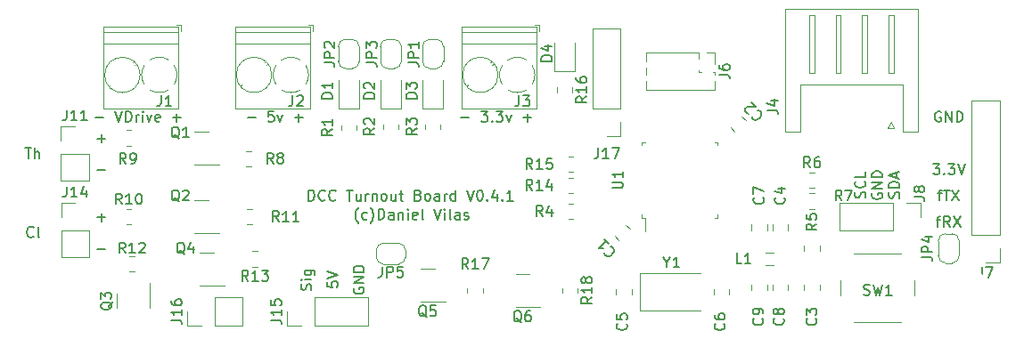
<source format=gbr>
G04 #@! TF.GenerationSoftware,KiCad,Pcbnew,6.0.6-3a73a75311~116~ubuntu22.04.1*
G04 #@! TF.CreationDate,2022-07-04T15:20:00+02:00*
G04 #@! TF.ProjectId,DccDecoder,44636344-6563-46f6-9465-722e6b696361,0.4.1*
G04 #@! TF.SameCoordinates,Original*
G04 #@! TF.FileFunction,Legend,Top*
G04 #@! TF.FilePolarity,Positive*
%FSLAX46Y46*%
G04 Gerber Fmt 4.6, Leading zero omitted, Abs format (unit mm)*
G04 Created by KiCad (PCBNEW 6.0.6-3a73a75311~116~ubuntu22.04.1) date 2022-07-04 15:20:00*
%MOMM*%
%LPD*%
G01*
G04 APERTURE LIST*
%ADD10C,0.150000*%
%ADD11C,0.120000*%
%ADD12O,1.700000X1.950000*%
%ADD13R,2.400000X2.400000*%
%ADD14C,2.400000*%
%ADD15C,2.000000*%
%ADD16R,2.000000X2.400000*%
%ADD17C,4.700000*%
%ADD18R,1.700000X1.700000*%
%ADD19O,1.700000X1.700000*%
%ADD20R,1.000000X1.000000*%
%ADD21O,1.000000X1.000000*%
G04 APERTURE END LIST*
D10*
X67666666Y-49071428D02*
X68428571Y-49071428D01*
X69571428Y-48452380D02*
X70190476Y-48452380D01*
X69857142Y-48833333D01*
X70000000Y-48833333D01*
X70095238Y-48880952D01*
X70142857Y-48928571D01*
X70190476Y-49023809D01*
X70190476Y-49261904D01*
X70142857Y-49357142D01*
X70095238Y-49404761D01*
X70000000Y-49452380D01*
X69714285Y-49452380D01*
X69619047Y-49404761D01*
X69571428Y-49357142D01*
X70619047Y-49357142D02*
X70666666Y-49404761D01*
X70619047Y-49452380D01*
X70571428Y-49404761D01*
X70619047Y-49357142D01*
X70619047Y-49452380D01*
X71000000Y-48452380D02*
X71619047Y-48452380D01*
X71285714Y-48833333D01*
X71428571Y-48833333D01*
X71523809Y-48880952D01*
X71571428Y-48928571D01*
X71619047Y-49023809D01*
X71619047Y-49261904D01*
X71571428Y-49357142D01*
X71523809Y-49404761D01*
X71428571Y-49452380D01*
X71142857Y-49452380D01*
X71047619Y-49404761D01*
X71000000Y-49357142D01*
X71952380Y-48785714D02*
X72190476Y-49452380D01*
X72428571Y-48785714D01*
X73571428Y-49071428D02*
X74333333Y-49071428D01*
X73952380Y-49452380D02*
X73952380Y-48690476D01*
X106044761Y-56690476D02*
X106092380Y-56547619D01*
X106092380Y-56309523D01*
X106044761Y-56214285D01*
X105997142Y-56166666D01*
X105901904Y-56119047D01*
X105806666Y-56119047D01*
X105711428Y-56166666D01*
X105663809Y-56214285D01*
X105616190Y-56309523D01*
X105568571Y-56500000D01*
X105520952Y-56595238D01*
X105473333Y-56642857D01*
X105378095Y-56690476D01*
X105282857Y-56690476D01*
X105187619Y-56642857D01*
X105140000Y-56595238D01*
X105092380Y-56500000D01*
X105092380Y-56261904D01*
X105140000Y-56119047D01*
X105997142Y-55119047D02*
X106044761Y-55166666D01*
X106092380Y-55309523D01*
X106092380Y-55404761D01*
X106044761Y-55547619D01*
X105949523Y-55642857D01*
X105854285Y-55690476D01*
X105663809Y-55738095D01*
X105520952Y-55738095D01*
X105330476Y-55690476D01*
X105235238Y-55642857D01*
X105140000Y-55547619D01*
X105092380Y-55404761D01*
X105092380Y-55309523D01*
X105140000Y-55166666D01*
X105187619Y-55119047D01*
X106092380Y-54214285D02*
X106092380Y-54690476D01*
X105092380Y-54690476D01*
X106750000Y-56261904D02*
X106702380Y-56357142D01*
X106702380Y-56500000D01*
X106750000Y-56642857D01*
X106845238Y-56738095D01*
X106940476Y-56785714D01*
X107130952Y-56833333D01*
X107273809Y-56833333D01*
X107464285Y-56785714D01*
X107559523Y-56738095D01*
X107654761Y-56642857D01*
X107702380Y-56500000D01*
X107702380Y-56404761D01*
X107654761Y-56261904D01*
X107607142Y-56214285D01*
X107273809Y-56214285D01*
X107273809Y-56404761D01*
X107702380Y-55785714D02*
X106702380Y-55785714D01*
X107702380Y-55214285D01*
X106702380Y-55214285D01*
X107702380Y-54738095D02*
X106702380Y-54738095D01*
X106702380Y-54500000D01*
X106750000Y-54357142D01*
X106845238Y-54261904D01*
X106940476Y-54214285D01*
X107130952Y-54166666D01*
X107273809Y-54166666D01*
X107464285Y-54214285D01*
X107559523Y-54261904D01*
X107654761Y-54357142D01*
X107702380Y-54500000D01*
X107702380Y-54738095D01*
X109264761Y-56714285D02*
X109312380Y-56571428D01*
X109312380Y-56333333D01*
X109264761Y-56238095D01*
X109217142Y-56190476D01*
X109121904Y-56142857D01*
X109026666Y-56142857D01*
X108931428Y-56190476D01*
X108883809Y-56238095D01*
X108836190Y-56333333D01*
X108788571Y-56523809D01*
X108740952Y-56619047D01*
X108693333Y-56666666D01*
X108598095Y-56714285D01*
X108502857Y-56714285D01*
X108407619Y-56666666D01*
X108360000Y-56619047D01*
X108312380Y-56523809D01*
X108312380Y-56285714D01*
X108360000Y-56142857D01*
X109312380Y-55714285D02*
X108312380Y-55714285D01*
X108312380Y-55476190D01*
X108360000Y-55333333D01*
X108455238Y-55238095D01*
X108550476Y-55190476D01*
X108740952Y-55142857D01*
X108883809Y-55142857D01*
X109074285Y-55190476D01*
X109169523Y-55238095D01*
X109264761Y-55333333D01*
X109312380Y-55476190D01*
X109312380Y-55714285D01*
X109026666Y-54761904D02*
X109026666Y-54285714D01*
X109312380Y-54857142D02*
X108312380Y-54523809D01*
X109312380Y-54190476D01*
X27047619Y-60357142D02*
X27000000Y-60404761D01*
X26857142Y-60452380D01*
X26761904Y-60452380D01*
X26619047Y-60404761D01*
X26523809Y-60309523D01*
X26476190Y-60214285D01*
X26428571Y-60023809D01*
X26428571Y-59880952D01*
X26476190Y-59690476D01*
X26523809Y-59595238D01*
X26619047Y-59500000D01*
X26761904Y-59452380D01*
X26857142Y-59452380D01*
X27000000Y-59500000D01*
X27047619Y-59547619D01*
X27619047Y-60452380D02*
X27523809Y-60404761D01*
X27476190Y-60309523D01*
X27476190Y-59452380D01*
X33119047Y-58571428D02*
X33880952Y-58571428D01*
X33500000Y-58952380D02*
X33500000Y-58190476D01*
X33119047Y-61571428D02*
X33880952Y-61571428D01*
X57500000Y-65261904D02*
X57452380Y-65357142D01*
X57452380Y-65500000D01*
X57500000Y-65642857D01*
X57595238Y-65738095D01*
X57690476Y-65785714D01*
X57880952Y-65833333D01*
X58023809Y-65833333D01*
X58214285Y-65785714D01*
X58309523Y-65738095D01*
X58404761Y-65642857D01*
X58452380Y-65500000D01*
X58452380Y-65404761D01*
X58404761Y-65261904D01*
X58357142Y-65214285D01*
X58023809Y-65214285D01*
X58023809Y-65404761D01*
X58452380Y-64785714D02*
X57452380Y-64785714D01*
X58452380Y-64214285D01*
X57452380Y-64214285D01*
X58452380Y-63738095D02*
X57452380Y-63738095D01*
X57452380Y-63500000D01*
X57500000Y-63357142D01*
X57595238Y-63261904D01*
X57690476Y-63214285D01*
X57880952Y-63166666D01*
X58023809Y-63166666D01*
X58214285Y-63214285D01*
X58309523Y-63261904D01*
X58404761Y-63357142D01*
X58452380Y-63500000D01*
X58452380Y-63738095D01*
X54952380Y-64690476D02*
X54952380Y-65166666D01*
X55428571Y-65214285D01*
X55380952Y-65166666D01*
X55333333Y-65071428D01*
X55333333Y-64833333D01*
X55380952Y-64738095D01*
X55428571Y-64690476D01*
X55523809Y-64642857D01*
X55761904Y-64642857D01*
X55857142Y-64690476D01*
X55904761Y-64738095D01*
X55952380Y-64833333D01*
X55952380Y-65071428D01*
X55904761Y-65166666D01*
X55857142Y-65214285D01*
X54952380Y-64357142D02*
X55952380Y-64023809D01*
X54952380Y-63690476D01*
X53404761Y-65476190D02*
X53452380Y-65333333D01*
X53452380Y-65095238D01*
X53404761Y-65000000D01*
X53357142Y-64952380D01*
X53261904Y-64904761D01*
X53166666Y-64904761D01*
X53071428Y-64952380D01*
X53023809Y-65000000D01*
X52976190Y-65095238D01*
X52928571Y-65285714D01*
X52880952Y-65380952D01*
X52833333Y-65428571D01*
X52738095Y-65476190D01*
X52642857Y-65476190D01*
X52547619Y-65428571D01*
X52500000Y-65380952D01*
X52452380Y-65285714D01*
X52452380Y-65047619D01*
X52500000Y-64904761D01*
X53452380Y-64476190D02*
X52785714Y-64476190D01*
X52452380Y-64476190D02*
X52500000Y-64523809D01*
X52547619Y-64476190D01*
X52500000Y-64428571D01*
X52452380Y-64476190D01*
X52547619Y-64476190D01*
X52785714Y-63571428D02*
X53595238Y-63571428D01*
X53690476Y-63619047D01*
X53738095Y-63666666D01*
X53785714Y-63761904D01*
X53785714Y-63904761D01*
X53738095Y-64000000D01*
X53404761Y-63571428D02*
X53452380Y-63666666D01*
X53452380Y-63857142D01*
X53404761Y-63952380D01*
X53357142Y-64000000D01*
X53261904Y-64047619D01*
X52976190Y-64047619D01*
X52880952Y-64000000D01*
X52833333Y-63952380D01*
X52785714Y-63857142D01*
X52785714Y-63666666D01*
X52833333Y-63571428D01*
X112833333Y-58785714D02*
X113214285Y-58785714D01*
X112976190Y-59452380D02*
X112976190Y-58595238D01*
X113023809Y-58500000D01*
X113119047Y-58452380D01*
X113214285Y-58452380D01*
X114119047Y-59452380D02*
X113785714Y-58976190D01*
X113547619Y-59452380D02*
X113547619Y-58452380D01*
X113928571Y-58452380D01*
X114023809Y-58500000D01*
X114071428Y-58547619D01*
X114119047Y-58642857D01*
X114119047Y-58785714D01*
X114071428Y-58880952D01*
X114023809Y-58928571D01*
X113928571Y-58976190D01*
X113547619Y-58976190D01*
X114452380Y-58452380D02*
X115119047Y-59452380D01*
X115119047Y-58452380D02*
X114452380Y-59452380D01*
X26261904Y-51952380D02*
X26833333Y-51952380D01*
X26547619Y-52952380D02*
X26547619Y-51952380D01*
X27166666Y-52952380D02*
X27166666Y-51952380D01*
X27595238Y-52952380D02*
X27595238Y-52428571D01*
X27547619Y-52333333D01*
X27452380Y-52285714D01*
X27309523Y-52285714D01*
X27214285Y-52333333D01*
X27166666Y-52380952D01*
X33119047Y-51071428D02*
X33880952Y-51071428D01*
X33500000Y-51452380D02*
X33500000Y-50690476D01*
X47380952Y-49071428D02*
X48142857Y-49071428D01*
X49857142Y-48452380D02*
X49380952Y-48452380D01*
X49333333Y-48928571D01*
X49380952Y-48880952D01*
X49476190Y-48833333D01*
X49714285Y-48833333D01*
X49809523Y-48880952D01*
X49857142Y-48928571D01*
X49904761Y-49023809D01*
X49904761Y-49261904D01*
X49857142Y-49357142D01*
X49809523Y-49404761D01*
X49714285Y-49452380D01*
X49476190Y-49452380D01*
X49380952Y-49404761D01*
X49333333Y-49357142D01*
X50238095Y-48785714D02*
X50476190Y-49452380D01*
X50714285Y-48785714D01*
X51857142Y-49071428D02*
X52619047Y-49071428D01*
X52238095Y-49452380D02*
X52238095Y-48690476D01*
X112523809Y-53452380D02*
X113142857Y-53452380D01*
X112809523Y-53833333D01*
X112952380Y-53833333D01*
X113047619Y-53880952D01*
X113095238Y-53928571D01*
X113142857Y-54023809D01*
X113142857Y-54261904D01*
X113095238Y-54357142D01*
X113047619Y-54404761D01*
X112952380Y-54452380D01*
X112666666Y-54452380D01*
X112571428Y-54404761D01*
X112523809Y-54357142D01*
X113571428Y-54357142D02*
X113619047Y-54404761D01*
X113571428Y-54452380D01*
X113523809Y-54404761D01*
X113571428Y-54357142D01*
X113571428Y-54452380D01*
X113952380Y-53452380D02*
X114571428Y-53452380D01*
X114238095Y-53833333D01*
X114380952Y-53833333D01*
X114476190Y-53880952D01*
X114523809Y-53928571D01*
X114571428Y-54023809D01*
X114571428Y-54261904D01*
X114523809Y-54357142D01*
X114476190Y-54404761D01*
X114380952Y-54452380D01*
X114095238Y-54452380D01*
X114000000Y-54404761D01*
X113952380Y-54357142D01*
X114857142Y-53452380D02*
X115190476Y-54452380D01*
X115523809Y-53452380D01*
X32952380Y-49071428D02*
X33714285Y-49071428D01*
X34809523Y-48452380D02*
X35142857Y-49452380D01*
X35476190Y-48452380D01*
X35809523Y-49452380D02*
X35809523Y-48452380D01*
X36047619Y-48452380D01*
X36190476Y-48500000D01*
X36285714Y-48595238D01*
X36333333Y-48690476D01*
X36380952Y-48880952D01*
X36380952Y-49023809D01*
X36333333Y-49214285D01*
X36285714Y-49309523D01*
X36190476Y-49404761D01*
X36047619Y-49452380D01*
X35809523Y-49452380D01*
X36809523Y-49452380D02*
X36809523Y-48785714D01*
X36809523Y-48976190D02*
X36857142Y-48880952D01*
X36904761Y-48833333D01*
X37000000Y-48785714D01*
X37095238Y-48785714D01*
X37428571Y-49452380D02*
X37428571Y-48785714D01*
X37428571Y-48452380D02*
X37380952Y-48500000D01*
X37428571Y-48547619D01*
X37476190Y-48500000D01*
X37428571Y-48452380D01*
X37428571Y-48547619D01*
X37809523Y-48785714D02*
X38047619Y-49452380D01*
X38285714Y-48785714D01*
X39047619Y-49404761D02*
X38952380Y-49452380D01*
X38761904Y-49452380D01*
X38666666Y-49404761D01*
X38619047Y-49309523D01*
X38619047Y-48928571D01*
X38666666Y-48833333D01*
X38761904Y-48785714D01*
X38952380Y-48785714D01*
X39047619Y-48833333D01*
X39095238Y-48928571D01*
X39095238Y-49023809D01*
X38619047Y-49119047D01*
X40285714Y-49071428D02*
X41047619Y-49071428D01*
X40666666Y-49452380D02*
X40666666Y-48690476D01*
X33119047Y-54071428D02*
X33880952Y-54071428D01*
X57920571Y-59126333D02*
X57872952Y-59078714D01*
X57777714Y-58935857D01*
X57730095Y-58840619D01*
X57682476Y-58697761D01*
X57634857Y-58459666D01*
X57634857Y-58269190D01*
X57682476Y-58031095D01*
X57730095Y-57888238D01*
X57777714Y-57793000D01*
X57872952Y-57650142D01*
X57920571Y-57602523D01*
X58730095Y-58697761D02*
X58634857Y-58745380D01*
X58444380Y-58745380D01*
X58349142Y-58697761D01*
X58301523Y-58650142D01*
X58253904Y-58554904D01*
X58253904Y-58269190D01*
X58301523Y-58173952D01*
X58349142Y-58126333D01*
X58444380Y-58078714D01*
X58634857Y-58078714D01*
X58730095Y-58126333D01*
X59063428Y-59126333D02*
X59111047Y-59078714D01*
X59206285Y-58935857D01*
X59253904Y-58840619D01*
X59301523Y-58697761D01*
X59349142Y-58459666D01*
X59349142Y-58269190D01*
X59301523Y-58031095D01*
X59253904Y-57888238D01*
X59206285Y-57793000D01*
X59111047Y-57650142D01*
X59063428Y-57602523D01*
X59825333Y-58745380D02*
X59825333Y-57745380D01*
X60063428Y-57745380D01*
X60206285Y-57793000D01*
X60301523Y-57888238D01*
X60349142Y-57983476D01*
X60396761Y-58173952D01*
X60396761Y-58316809D01*
X60349142Y-58507285D01*
X60301523Y-58602523D01*
X60206285Y-58697761D01*
X60063428Y-58745380D01*
X59825333Y-58745380D01*
X61253904Y-58745380D02*
X61253904Y-58221571D01*
X61206285Y-58126333D01*
X61111047Y-58078714D01*
X60920571Y-58078714D01*
X60825333Y-58126333D01*
X61253904Y-58697761D02*
X61158666Y-58745380D01*
X60920571Y-58745380D01*
X60825333Y-58697761D01*
X60777714Y-58602523D01*
X60777714Y-58507285D01*
X60825333Y-58412047D01*
X60920571Y-58364428D01*
X61158666Y-58364428D01*
X61253904Y-58316809D01*
X61730095Y-58078714D02*
X61730095Y-58745380D01*
X61730095Y-58173952D02*
X61777714Y-58126333D01*
X61872952Y-58078714D01*
X62015809Y-58078714D01*
X62111047Y-58126333D01*
X62158666Y-58221571D01*
X62158666Y-58745380D01*
X62634857Y-58745380D02*
X62634857Y-58078714D01*
X62634857Y-57745380D02*
X62587238Y-57793000D01*
X62634857Y-57840619D01*
X62682476Y-57793000D01*
X62634857Y-57745380D01*
X62634857Y-57840619D01*
X63492000Y-58697761D02*
X63396761Y-58745380D01*
X63206285Y-58745380D01*
X63111047Y-58697761D01*
X63063428Y-58602523D01*
X63063428Y-58221571D01*
X63111047Y-58126333D01*
X63206285Y-58078714D01*
X63396761Y-58078714D01*
X63492000Y-58126333D01*
X63539619Y-58221571D01*
X63539619Y-58316809D01*
X63063428Y-58412047D01*
X64111047Y-58745380D02*
X64015809Y-58697761D01*
X63968190Y-58602523D01*
X63968190Y-57745380D01*
X65111047Y-57745380D02*
X65444380Y-58745380D01*
X65777714Y-57745380D01*
X66111047Y-58745380D02*
X66111047Y-58078714D01*
X66111047Y-57745380D02*
X66063428Y-57793000D01*
X66111047Y-57840619D01*
X66158666Y-57793000D01*
X66111047Y-57745380D01*
X66111047Y-57840619D01*
X66730095Y-58745380D02*
X66634857Y-58697761D01*
X66587238Y-58602523D01*
X66587238Y-57745380D01*
X67539619Y-58745380D02*
X67539619Y-58221571D01*
X67492000Y-58126333D01*
X67396761Y-58078714D01*
X67206285Y-58078714D01*
X67111047Y-58126333D01*
X67539619Y-58697761D02*
X67444380Y-58745380D01*
X67206285Y-58745380D01*
X67111047Y-58697761D01*
X67063428Y-58602523D01*
X67063428Y-58507285D01*
X67111047Y-58412047D01*
X67206285Y-58364428D01*
X67444380Y-58364428D01*
X67539619Y-58316809D01*
X67968190Y-58697761D02*
X68063428Y-58745380D01*
X68253904Y-58745380D01*
X68349142Y-58697761D01*
X68396761Y-58602523D01*
X68396761Y-58554904D01*
X68349142Y-58459666D01*
X68253904Y-58412047D01*
X68111047Y-58412047D01*
X68015809Y-58364428D01*
X67968190Y-58269190D01*
X67968190Y-58221571D01*
X68015809Y-58126333D01*
X68111047Y-58078714D01*
X68253904Y-58078714D01*
X68349142Y-58126333D01*
X53174523Y-56967380D02*
X53174523Y-55967380D01*
X53412619Y-55967380D01*
X53555476Y-56015000D01*
X53650714Y-56110238D01*
X53698333Y-56205476D01*
X53745952Y-56395952D01*
X53745952Y-56538809D01*
X53698333Y-56729285D01*
X53650714Y-56824523D01*
X53555476Y-56919761D01*
X53412619Y-56967380D01*
X53174523Y-56967380D01*
X54745952Y-56872142D02*
X54698333Y-56919761D01*
X54555476Y-56967380D01*
X54460238Y-56967380D01*
X54317380Y-56919761D01*
X54222142Y-56824523D01*
X54174523Y-56729285D01*
X54126904Y-56538809D01*
X54126904Y-56395952D01*
X54174523Y-56205476D01*
X54222142Y-56110238D01*
X54317380Y-56015000D01*
X54460238Y-55967380D01*
X54555476Y-55967380D01*
X54698333Y-56015000D01*
X54745952Y-56062619D01*
X55745952Y-56872142D02*
X55698333Y-56919761D01*
X55555476Y-56967380D01*
X55460238Y-56967380D01*
X55317380Y-56919761D01*
X55222142Y-56824523D01*
X55174523Y-56729285D01*
X55126904Y-56538809D01*
X55126904Y-56395952D01*
X55174523Y-56205476D01*
X55222142Y-56110238D01*
X55317380Y-56015000D01*
X55460238Y-55967380D01*
X55555476Y-55967380D01*
X55698333Y-56015000D01*
X55745952Y-56062619D01*
X56793571Y-55967380D02*
X57365000Y-55967380D01*
X57079285Y-56967380D02*
X57079285Y-55967380D01*
X58126904Y-56300714D02*
X58126904Y-56967380D01*
X57698333Y-56300714D02*
X57698333Y-56824523D01*
X57745952Y-56919761D01*
X57841190Y-56967380D01*
X57984047Y-56967380D01*
X58079285Y-56919761D01*
X58126904Y-56872142D01*
X58603095Y-56967380D02*
X58603095Y-56300714D01*
X58603095Y-56491190D02*
X58650714Y-56395952D01*
X58698333Y-56348333D01*
X58793571Y-56300714D01*
X58888809Y-56300714D01*
X59222142Y-56300714D02*
X59222142Y-56967380D01*
X59222142Y-56395952D02*
X59269761Y-56348333D01*
X59365000Y-56300714D01*
X59507857Y-56300714D01*
X59603095Y-56348333D01*
X59650714Y-56443571D01*
X59650714Y-56967380D01*
X60269761Y-56967380D02*
X60174523Y-56919761D01*
X60126904Y-56872142D01*
X60079285Y-56776904D01*
X60079285Y-56491190D01*
X60126904Y-56395952D01*
X60174523Y-56348333D01*
X60269761Y-56300714D01*
X60412619Y-56300714D01*
X60507857Y-56348333D01*
X60555476Y-56395952D01*
X60603095Y-56491190D01*
X60603095Y-56776904D01*
X60555476Y-56872142D01*
X60507857Y-56919761D01*
X60412619Y-56967380D01*
X60269761Y-56967380D01*
X61460238Y-56300714D02*
X61460238Y-56967380D01*
X61031666Y-56300714D02*
X61031666Y-56824523D01*
X61079285Y-56919761D01*
X61174523Y-56967380D01*
X61317380Y-56967380D01*
X61412619Y-56919761D01*
X61460238Y-56872142D01*
X61793571Y-56300714D02*
X62174523Y-56300714D01*
X61936428Y-55967380D02*
X61936428Y-56824523D01*
X61984047Y-56919761D01*
X62079285Y-56967380D01*
X62174523Y-56967380D01*
X63603095Y-56443571D02*
X63745952Y-56491190D01*
X63793571Y-56538809D01*
X63841190Y-56634047D01*
X63841190Y-56776904D01*
X63793571Y-56872142D01*
X63745952Y-56919761D01*
X63650714Y-56967380D01*
X63269761Y-56967380D01*
X63269761Y-55967380D01*
X63603095Y-55967380D01*
X63698333Y-56015000D01*
X63745952Y-56062619D01*
X63793571Y-56157857D01*
X63793571Y-56253095D01*
X63745952Y-56348333D01*
X63698333Y-56395952D01*
X63603095Y-56443571D01*
X63269761Y-56443571D01*
X64412619Y-56967380D02*
X64317380Y-56919761D01*
X64269761Y-56872142D01*
X64222142Y-56776904D01*
X64222142Y-56491190D01*
X64269761Y-56395952D01*
X64317380Y-56348333D01*
X64412619Y-56300714D01*
X64555476Y-56300714D01*
X64650714Y-56348333D01*
X64698333Y-56395952D01*
X64745952Y-56491190D01*
X64745952Y-56776904D01*
X64698333Y-56872142D01*
X64650714Y-56919761D01*
X64555476Y-56967380D01*
X64412619Y-56967380D01*
X65603095Y-56967380D02*
X65603095Y-56443571D01*
X65555476Y-56348333D01*
X65460238Y-56300714D01*
X65269761Y-56300714D01*
X65174523Y-56348333D01*
X65603095Y-56919761D02*
X65507857Y-56967380D01*
X65269761Y-56967380D01*
X65174523Y-56919761D01*
X65126904Y-56824523D01*
X65126904Y-56729285D01*
X65174523Y-56634047D01*
X65269761Y-56586428D01*
X65507857Y-56586428D01*
X65603095Y-56538809D01*
X66079285Y-56967380D02*
X66079285Y-56300714D01*
X66079285Y-56491190D02*
X66126904Y-56395952D01*
X66174523Y-56348333D01*
X66269761Y-56300714D01*
X66365000Y-56300714D01*
X67126904Y-56967380D02*
X67126904Y-55967380D01*
X67126904Y-56919761D02*
X67031666Y-56967380D01*
X66841190Y-56967380D01*
X66745952Y-56919761D01*
X66698333Y-56872142D01*
X66650714Y-56776904D01*
X66650714Y-56491190D01*
X66698333Y-56395952D01*
X66745952Y-56348333D01*
X66841190Y-56300714D01*
X67031666Y-56300714D01*
X67126904Y-56348333D01*
X68222142Y-55967380D02*
X68555476Y-56967380D01*
X68888809Y-55967380D01*
X69412619Y-55967380D02*
X69507857Y-55967380D01*
X69603095Y-56015000D01*
X69650714Y-56062619D01*
X69698333Y-56157857D01*
X69745952Y-56348333D01*
X69745952Y-56586428D01*
X69698333Y-56776904D01*
X69650714Y-56872142D01*
X69603095Y-56919761D01*
X69507857Y-56967380D01*
X69412619Y-56967380D01*
X69317380Y-56919761D01*
X69269761Y-56872142D01*
X69222142Y-56776904D01*
X69174523Y-56586428D01*
X69174523Y-56348333D01*
X69222142Y-56157857D01*
X69269761Y-56062619D01*
X69317380Y-56015000D01*
X69412619Y-55967380D01*
X70174523Y-56872142D02*
X70222142Y-56919761D01*
X70174523Y-56967380D01*
X70126904Y-56919761D01*
X70174523Y-56872142D01*
X70174523Y-56967380D01*
X71079285Y-56300714D02*
X71079285Y-56967380D01*
X70841190Y-55919761D02*
X70603095Y-56634047D01*
X71222142Y-56634047D01*
X71603095Y-56872142D02*
X71650714Y-56919761D01*
X71603095Y-56967380D01*
X71555476Y-56919761D01*
X71603095Y-56872142D01*
X71603095Y-56967380D01*
X72603095Y-56967380D02*
X72031666Y-56967380D01*
X72317380Y-56967380D02*
X72317380Y-55967380D01*
X72222142Y-56110238D01*
X72126904Y-56205476D01*
X72031666Y-56253095D01*
X113238095Y-48500000D02*
X113142857Y-48452380D01*
X113000000Y-48452380D01*
X112857142Y-48500000D01*
X112761904Y-48595238D01*
X112714285Y-48690476D01*
X112666666Y-48880952D01*
X112666666Y-49023809D01*
X112714285Y-49214285D01*
X112761904Y-49309523D01*
X112857142Y-49404761D01*
X113000000Y-49452380D01*
X113095238Y-49452380D01*
X113238095Y-49404761D01*
X113285714Y-49357142D01*
X113285714Y-49023809D01*
X113095238Y-49023809D01*
X113714285Y-49452380D02*
X113714285Y-48452380D01*
X114285714Y-49452380D01*
X114285714Y-48452380D01*
X114761904Y-49452380D02*
X114761904Y-48452380D01*
X115000000Y-48452380D01*
X115142857Y-48500000D01*
X115238095Y-48595238D01*
X115285714Y-48690476D01*
X115333333Y-48880952D01*
X115333333Y-49023809D01*
X115285714Y-49214285D01*
X115238095Y-49309523D01*
X115142857Y-49404761D01*
X115000000Y-49452380D01*
X114761904Y-49452380D01*
X112952380Y-56285714D02*
X113333333Y-56285714D01*
X113095238Y-56952380D02*
X113095238Y-56095238D01*
X113142857Y-56000000D01*
X113238095Y-55952380D01*
X113333333Y-55952380D01*
X113523809Y-55952380D02*
X114095238Y-55952380D01*
X113809523Y-56952380D02*
X113809523Y-55952380D01*
X114333333Y-55952380D02*
X115000000Y-56952380D01*
X115000000Y-55952380D02*
X114333333Y-56952380D01*
X55452380Y-47238095D02*
X54452380Y-47238095D01*
X54452380Y-47000000D01*
X54500000Y-46857142D01*
X54595238Y-46761904D01*
X54690476Y-46714285D01*
X54880952Y-46666666D01*
X55023809Y-46666666D01*
X55214285Y-46714285D01*
X55309523Y-46761904D01*
X55404761Y-46857142D01*
X55452380Y-47000000D01*
X55452380Y-47238095D01*
X55452380Y-45714285D02*
X55452380Y-46285714D01*
X55452380Y-46000000D02*
X54452380Y-46000000D01*
X54595238Y-46095238D01*
X54690476Y-46190476D01*
X54738095Y-46285714D01*
X63452380Y-47238095D02*
X62452380Y-47238095D01*
X62452380Y-47000000D01*
X62500000Y-46857142D01*
X62595238Y-46761904D01*
X62690476Y-46714285D01*
X62880952Y-46666666D01*
X63023809Y-46666666D01*
X63214285Y-46714285D01*
X63309523Y-46761904D01*
X63404761Y-46857142D01*
X63452380Y-47000000D01*
X63452380Y-47238095D01*
X62452380Y-46333333D02*
X62452380Y-45714285D01*
X62833333Y-46047619D01*
X62833333Y-45904761D01*
X62880952Y-45809523D01*
X62928571Y-45761904D01*
X63023809Y-45714285D01*
X63261904Y-45714285D01*
X63357142Y-45761904D01*
X63404761Y-45809523D01*
X63452380Y-45904761D01*
X63452380Y-46190476D01*
X63404761Y-46285714D01*
X63357142Y-46333333D01*
X62652380Y-43833333D02*
X63366666Y-43833333D01*
X63509523Y-43880952D01*
X63604761Y-43976190D01*
X63652380Y-44119047D01*
X63652380Y-44214285D01*
X63652380Y-43357142D02*
X62652380Y-43357142D01*
X62652380Y-42976190D01*
X62700000Y-42880952D01*
X62747619Y-42833333D01*
X62842857Y-42785714D01*
X62985714Y-42785714D01*
X63080952Y-42833333D01*
X63128571Y-42880952D01*
X63176190Y-42976190D01*
X63176190Y-43357142D01*
X63652380Y-41833333D02*
X63652380Y-42404761D01*
X63652380Y-42119047D02*
X62652380Y-42119047D01*
X62795238Y-42214285D01*
X62890476Y-42309523D01*
X62938095Y-42404761D01*
X54652380Y-43833333D02*
X55366666Y-43833333D01*
X55509523Y-43880952D01*
X55604761Y-43976190D01*
X55652380Y-44119047D01*
X55652380Y-44214285D01*
X55652380Y-43357142D02*
X54652380Y-43357142D01*
X54652380Y-42976190D01*
X54700000Y-42880952D01*
X54747619Y-42833333D01*
X54842857Y-42785714D01*
X54985714Y-42785714D01*
X55080952Y-42833333D01*
X55128571Y-42880952D01*
X55176190Y-42976190D01*
X55176190Y-43357142D01*
X54747619Y-42404761D02*
X54700000Y-42357142D01*
X54652380Y-42261904D01*
X54652380Y-42023809D01*
X54700000Y-41928571D01*
X54747619Y-41880952D01*
X54842857Y-41833333D01*
X54938095Y-41833333D01*
X55080952Y-41880952D01*
X55652380Y-42452380D01*
X55652380Y-41833333D01*
X58652380Y-43833333D02*
X59366666Y-43833333D01*
X59509523Y-43880952D01*
X59604761Y-43976190D01*
X59652380Y-44119047D01*
X59652380Y-44214285D01*
X59652380Y-43357142D02*
X58652380Y-43357142D01*
X58652380Y-42976190D01*
X58700000Y-42880952D01*
X58747619Y-42833333D01*
X58842857Y-42785714D01*
X58985714Y-42785714D01*
X59080952Y-42833333D01*
X59128571Y-42880952D01*
X59176190Y-42976190D01*
X59176190Y-43357142D01*
X58652380Y-42452380D02*
X58652380Y-41833333D01*
X59033333Y-42166666D01*
X59033333Y-42023809D01*
X59080952Y-41928571D01*
X59128571Y-41880952D01*
X59223809Y-41833333D01*
X59461904Y-41833333D01*
X59557142Y-41880952D01*
X59604761Y-41928571D01*
X59652380Y-42023809D01*
X59652380Y-42309523D01*
X59604761Y-42404761D01*
X59557142Y-42452380D01*
X55452380Y-50166666D02*
X54976190Y-50500000D01*
X55452380Y-50738095D02*
X54452380Y-50738095D01*
X54452380Y-50357142D01*
X54500000Y-50261904D01*
X54547619Y-50214285D01*
X54642857Y-50166666D01*
X54785714Y-50166666D01*
X54880952Y-50214285D01*
X54928571Y-50261904D01*
X54976190Y-50357142D01*
X54976190Y-50738095D01*
X55452380Y-49214285D02*
X55452380Y-49785714D01*
X55452380Y-49500000D02*
X54452380Y-49500000D01*
X54595238Y-49595238D01*
X54690476Y-49690476D01*
X54738095Y-49785714D01*
X59452380Y-50079166D02*
X58976190Y-50412500D01*
X59452380Y-50650595D02*
X58452380Y-50650595D01*
X58452380Y-50269642D01*
X58500000Y-50174404D01*
X58547619Y-50126785D01*
X58642857Y-50079166D01*
X58785714Y-50079166D01*
X58880952Y-50126785D01*
X58928571Y-50174404D01*
X58976190Y-50269642D01*
X58976190Y-50650595D01*
X58547619Y-49698214D02*
X58500000Y-49650595D01*
X58452380Y-49555357D01*
X58452380Y-49317261D01*
X58500000Y-49222023D01*
X58547619Y-49174404D01*
X58642857Y-49126785D01*
X58738095Y-49126785D01*
X58880952Y-49174404D01*
X59452380Y-49745833D01*
X59452380Y-49126785D01*
X63452380Y-50079166D02*
X62976190Y-50412500D01*
X63452380Y-50650595D02*
X62452380Y-50650595D01*
X62452380Y-50269642D01*
X62500000Y-50174404D01*
X62547619Y-50126785D01*
X62642857Y-50079166D01*
X62785714Y-50079166D01*
X62880952Y-50126785D01*
X62928571Y-50174404D01*
X62976190Y-50269642D01*
X62976190Y-50650595D01*
X62452380Y-49745833D02*
X62452380Y-49126785D01*
X62833333Y-49460119D01*
X62833333Y-49317261D01*
X62880952Y-49222023D01*
X62928571Y-49174404D01*
X63023809Y-49126785D01*
X63261904Y-49126785D01*
X63357142Y-49174404D01*
X63404761Y-49222023D01*
X63452380Y-49317261D01*
X63452380Y-49602976D01*
X63404761Y-49698214D01*
X63357142Y-49745833D01*
X96766380Y-48335833D02*
X97480666Y-48335833D01*
X97623523Y-48383452D01*
X97718761Y-48478690D01*
X97766380Y-48621547D01*
X97766380Y-48716785D01*
X97099714Y-47431071D02*
X97766380Y-47431071D01*
X96718761Y-47669166D02*
X97433047Y-47907261D01*
X97433047Y-47288214D01*
X73166666Y-46952380D02*
X73166666Y-47666666D01*
X73119047Y-47809523D01*
X73023809Y-47904761D01*
X72880952Y-47952380D01*
X72785714Y-47952380D01*
X73547619Y-46952380D02*
X74166666Y-46952380D01*
X73833333Y-47333333D01*
X73976190Y-47333333D01*
X74071428Y-47380952D01*
X74119047Y-47428571D01*
X74166666Y-47523809D01*
X74166666Y-47761904D01*
X74119047Y-47857142D01*
X74071428Y-47904761D01*
X73976190Y-47952380D01*
X73690476Y-47952380D01*
X73595238Y-47904761D01*
X73547619Y-47857142D01*
X59452380Y-47238095D02*
X58452380Y-47238095D01*
X58452380Y-47000000D01*
X58500000Y-46857142D01*
X58595238Y-46761904D01*
X58690476Y-46714285D01*
X58880952Y-46666666D01*
X59023809Y-46666666D01*
X59214285Y-46714285D01*
X59309523Y-46761904D01*
X59404761Y-46857142D01*
X59452380Y-47000000D01*
X59452380Y-47238095D01*
X58547619Y-46285714D02*
X58500000Y-46238095D01*
X58452380Y-46142857D01*
X58452380Y-45904761D01*
X58500000Y-45809523D01*
X58547619Y-45761904D01*
X58642857Y-45714285D01*
X58738095Y-45714285D01*
X58880952Y-45761904D01*
X59452380Y-46333333D01*
X59452380Y-45714285D01*
X51666666Y-46952380D02*
X51666666Y-47666666D01*
X51619047Y-47809523D01*
X51523809Y-47904761D01*
X51380952Y-47952380D01*
X51285714Y-47952380D01*
X52095238Y-47047619D02*
X52142857Y-47000000D01*
X52238095Y-46952380D01*
X52476190Y-46952380D01*
X52571428Y-47000000D01*
X52619047Y-47047619D01*
X52666666Y-47142857D01*
X52666666Y-47238095D01*
X52619047Y-47380952D01*
X52047619Y-47952380D01*
X52666666Y-47952380D01*
X81870389Y-61365312D02*
X81937732Y-61365312D01*
X82072419Y-61432656D01*
X82139763Y-61500000D01*
X82207106Y-61634687D01*
X82207106Y-61769374D01*
X82173435Y-61870389D01*
X82072419Y-62038748D01*
X81971404Y-62139763D01*
X81803045Y-62240778D01*
X81702030Y-62274450D01*
X81567343Y-62274450D01*
X81432656Y-62207106D01*
X81365312Y-62139763D01*
X81297969Y-62005076D01*
X81297969Y-61937732D01*
X81264297Y-60624534D02*
X81668358Y-61028595D01*
X81466328Y-60826564D02*
X80759221Y-61533671D01*
X80927580Y-61499999D01*
X81062267Y-61500000D01*
X81163282Y-61533671D01*
X95870389Y-48365312D02*
X95937732Y-48365312D01*
X96072419Y-48432656D01*
X96139763Y-48500000D01*
X96207106Y-48634687D01*
X96207106Y-48769374D01*
X96173435Y-48870389D01*
X96072419Y-49038748D01*
X95971404Y-49139763D01*
X95803045Y-49240778D01*
X95702030Y-49274450D01*
X95567343Y-49274450D01*
X95432656Y-49207106D01*
X95365312Y-49139763D01*
X95297969Y-49005076D01*
X95297969Y-48937732D01*
X95028595Y-48668358D02*
X94961251Y-48668358D01*
X94860236Y-48634687D01*
X94691877Y-48466328D01*
X94658206Y-48365312D01*
X94658206Y-48297969D01*
X94691877Y-48196954D01*
X94759221Y-48129610D01*
X94893908Y-48062267D01*
X95702030Y-48062267D01*
X95264297Y-47624534D01*
X101357142Y-68166666D02*
X101404761Y-68214285D01*
X101452380Y-68357142D01*
X101452380Y-68452380D01*
X101404761Y-68595238D01*
X101309523Y-68690476D01*
X101214285Y-68738095D01*
X101023809Y-68785714D01*
X100880952Y-68785714D01*
X100690476Y-68738095D01*
X100595238Y-68690476D01*
X100500000Y-68595238D01*
X100452380Y-68452380D01*
X100452380Y-68357142D01*
X100500000Y-68214285D01*
X100547619Y-68166666D01*
X100452380Y-67833333D02*
X100452380Y-67214285D01*
X100833333Y-67547619D01*
X100833333Y-67404761D01*
X100880952Y-67309523D01*
X100928571Y-67261904D01*
X101023809Y-67214285D01*
X101261904Y-67214285D01*
X101357142Y-67261904D01*
X101404761Y-67309523D01*
X101452380Y-67404761D01*
X101452380Y-67690476D01*
X101404761Y-67785714D01*
X101357142Y-67833333D01*
X83357142Y-68666666D02*
X83404761Y-68714285D01*
X83452380Y-68857142D01*
X83452380Y-68952380D01*
X83404761Y-69095238D01*
X83309523Y-69190476D01*
X83214285Y-69238095D01*
X83023809Y-69285714D01*
X82880952Y-69285714D01*
X82690476Y-69238095D01*
X82595238Y-69190476D01*
X82500000Y-69095238D01*
X82452380Y-68952380D01*
X82452380Y-68857142D01*
X82500000Y-68714285D01*
X82547619Y-68666666D01*
X82452380Y-67761904D02*
X82452380Y-68238095D01*
X82928571Y-68285714D01*
X82880952Y-68238095D01*
X82833333Y-68142857D01*
X82833333Y-67904761D01*
X82880952Y-67809523D01*
X82928571Y-67761904D01*
X83023809Y-67714285D01*
X83261904Y-67714285D01*
X83357142Y-67761904D01*
X83404761Y-67809523D01*
X83452380Y-67904761D01*
X83452380Y-68142857D01*
X83404761Y-68238095D01*
X83357142Y-68285714D01*
X92641142Y-68666666D02*
X92688761Y-68714285D01*
X92736380Y-68857142D01*
X92736380Y-68952380D01*
X92688761Y-69095238D01*
X92593523Y-69190476D01*
X92498285Y-69238095D01*
X92307809Y-69285714D01*
X92164952Y-69285714D01*
X91974476Y-69238095D01*
X91879238Y-69190476D01*
X91784000Y-69095238D01*
X91736380Y-68952380D01*
X91736380Y-68857142D01*
X91784000Y-68714285D01*
X91831619Y-68666666D01*
X91736380Y-67809523D02*
X91736380Y-68000000D01*
X91784000Y-68095238D01*
X91831619Y-68142857D01*
X91974476Y-68238095D01*
X92164952Y-68285714D01*
X92545904Y-68285714D01*
X92641142Y-68238095D01*
X92688761Y-68190476D01*
X92736380Y-68095238D01*
X92736380Y-67904761D01*
X92688761Y-67809523D01*
X92641142Y-67761904D01*
X92545904Y-67714285D01*
X92307809Y-67714285D01*
X92212571Y-67761904D01*
X92164952Y-67809523D01*
X92117333Y-67904761D01*
X92117333Y-68095238D01*
X92164952Y-68190476D01*
X92212571Y-68238095D01*
X92307809Y-68285714D01*
X96357142Y-56666666D02*
X96404761Y-56714285D01*
X96452380Y-56857142D01*
X96452380Y-56952380D01*
X96404761Y-57095238D01*
X96309523Y-57190476D01*
X96214285Y-57238095D01*
X96023809Y-57285714D01*
X95880952Y-57285714D01*
X95690476Y-57238095D01*
X95595238Y-57190476D01*
X95500000Y-57095238D01*
X95452380Y-56952380D01*
X95452380Y-56857142D01*
X95500000Y-56714285D01*
X95547619Y-56666666D01*
X95452380Y-56333333D02*
X95452380Y-55666666D01*
X96452380Y-56095238D01*
X98257142Y-68166666D02*
X98304761Y-68214285D01*
X98352380Y-68357142D01*
X98352380Y-68452380D01*
X98304761Y-68595238D01*
X98209523Y-68690476D01*
X98114285Y-68738095D01*
X97923809Y-68785714D01*
X97780952Y-68785714D01*
X97590476Y-68738095D01*
X97495238Y-68690476D01*
X97400000Y-68595238D01*
X97352380Y-68452380D01*
X97352380Y-68357142D01*
X97400000Y-68214285D01*
X97447619Y-68166666D01*
X97780952Y-67595238D02*
X97733333Y-67690476D01*
X97685714Y-67738095D01*
X97590476Y-67785714D01*
X97542857Y-67785714D01*
X97447619Y-67738095D01*
X97400000Y-67690476D01*
X97352380Y-67595238D01*
X97352380Y-67404761D01*
X97400000Y-67309523D01*
X97447619Y-67261904D01*
X97542857Y-67214285D01*
X97590476Y-67214285D01*
X97685714Y-67261904D01*
X97733333Y-67309523D01*
X97780952Y-67404761D01*
X97780952Y-67595238D01*
X97828571Y-67690476D01*
X97876190Y-67738095D01*
X97971428Y-67785714D01*
X98161904Y-67785714D01*
X98257142Y-67738095D01*
X98304761Y-67690476D01*
X98352380Y-67595238D01*
X98352380Y-67404761D01*
X98304761Y-67309523D01*
X98257142Y-67261904D01*
X98161904Y-67214285D01*
X97971428Y-67214285D01*
X97876190Y-67261904D01*
X97828571Y-67309523D01*
X97780952Y-67404761D01*
X96282142Y-68166666D02*
X96329761Y-68214285D01*
X96377380Y-68357142D01*
X96377380Y-68452380D01*
X96329761Y-68595238D01*
X96234523Y-68690476D01*
X96139285Y-68738095D01*
X95948809Y-68785714D01*
X95805952Y-68785714D01*
X95615476Y-68738095D01*
X95520238Y-68690476D01*
X95425000Y-68595238D01*
X95377380Y-68452380D01*
X95377380Y-68357142D01*
X95425000Y-68214285D01*
X95472619Y-68166666D01*
X96377380Y-67690476D02*
X96377380Y-67500000D01*
X96329761Y-67404761D01*
X96282142Y-67357142D01*
X96139285Y-67261904D01*
X95948809Y-67214285D01*
X95567857Y-67214285D01*
X95472619Y-67261904D01*
X95425000Y-67309523D01*
X95377380Y-67404761D01*
X95377380Y-67595238D01*
X95425000Y-67690476D01*
X95472619Y-67738095D01*
X95567857Y-67785714D01*
X95805952Y-67785714D01*
X95901190Y-67738095D01*
X95948809Y-67690476D01*
X95996428Y-67595238D01*
X95996428Y-67404761D01*
X95948809Y-67309523D01*
X95901190Y-67261904D01*
X95805952Y-67214285D01*
X94333333Y-62952380D02*
X93857142Y-62952380D01*
X93857142Y-61952380D01*
X95190476Y-62952380D02*
X94619047Y-62952380D01*
X94904761Y-62952380D02*
X94904761Y-61952380D01*
X94809523Y-62095238D01*
X94714285Y-62190476D01*
X94619047Y-62238095D01*
X75420833Y-58452380D02*
X75087500Y-57976190D01*
X74849404Y-58452380D02*
X74849404Y-57452380D01*
X75230357Y-57452380D01*
X75325595Y-57500000D01*
X75373214Y-57547619D01*
X75420833Y-57642857D01*
X75420833Y-57785714D01*
X75373214Y-57880952D01*
X75325595Y-57928571D01*
X75230357Y-57976190D01*
X74849404Y-57976190D01*
X76277976Y-57785714D02*
X76277976Y-58452380D01*
X76039880Y-57404761D02*
X75801785Y-58119047D01*
X76420833Y-58119047D01*
X101452380Y-59166666D02*
X100976190Y-59500000D01*
X101452380Y-59738095D02*
X100452380Y-59738095D01*
X100452380Y-59357142D01*
X100500000Y-59261904D01*
X100547619Y-59214285D01*
X100642857Y-59166666D01*
X100785714Y-59166666D01*
X100880952Y-59214285D01*
X100928571Y-59261904D01*
X100976190Y-59357142D01*
X100976190Y-59738095D01*
X100452380Y-58261904D02*
X100452380Y-58738095D01*
X100928571Y-58785714D01*
X100880952Y-58738095D01*
X100833333Y-58642857D01*
X100833333Y-58404761D01*
X100880952Y-58309523D01*
X100928571Y-58261904D01*
X101023809Y-58214285D01*
X101261904Y-58214285D01*
X101357142Y-58261904D01*
X101404761Y-58309523D01*
X101452380Y-58404761D01*
X101452380Y-58642857D01*
X101404761Y-58738095D01*
X101357142Y-58785714D01*
X105916666Y-65904761D02*
X106059523Y-65952380D01*
X106297619Y-65952380D01*
X106392857Y-65904761D01*
X106440476Y-65857142D01*
X106488095Y-65761904D01*
X106488095Y-65666666D01*
X106440476Y-65571428D01*
X106392857Y-65523809D01*
X106297619Y-65476190D01*
X106107142Y-65428571D01*
X106011904Y-65380952D01*
X105964285Y-65333333D01*
X105916666Y-65238095D01*
X105916666Y-65142857D01*
X105964285Y-65047619D01*
X106011904Y-65000000D01*
X106107142Y-64952380D01*
X106345238Y-64952380D01*
X106488095Y-65000000D01*
X106821428Y-64952380D02*
X107059523Y-65952380D01*
X107250000Y-65238095D01*
X107440476Y-65952380D01*
X107678571Y-64952380D01*
X108583333Y-65952380D02*
X108011904Y-65952380D01*
X108297619Y-65952380D02*
X108297619Y-64952380D01*
X108202380Y-65095238D01*
X108107142Y-65190476D01*
X108011904Y-65238095D01*
X82027380Y-55757904D02*
X82836904Y-55757904D01*
X82932142Y-55710285D01*
X82979761Y-55662666D01*
X83027380Y-55567428D01*
X83027380Y-55376952D01*
X82979761Y-55281714D01*
X82932142Y-55234095D01*
X82836904Y-55186476D01*
X82027380Y-55186476D01*
X83027380Y-54186476D02*
X83027380Y-54757904D01*
X83027380Y-54472190D02*
X82027380Y-54472190D01*
X82170238Y-54567428D01*
X82265476Y-54662666D01*
X82313095Y-54757904D01*
X87216809Y-62832190D02*
X87216809Y-63308380D01*
X86883476Y-62308380D02*
X87216809Y-62832190D01*
X87550142Y-62308380D01*
X88407285Y-63308380D02*
X87835857Y-63308380D01*
X88121571Y-63308380D02*
X88121571Y-62308380D01*
X88026333Y-62451238D01*
X87931095Y-62546476D01*
X87835857Y-62594095D01*
X39166666Y-46952380D02*
X39166666Y-47666666D01*
X39119047Y-47809523D01*
X39023809Y-47904761D01*
X38880952Y-47952380D01*
X38785714Y-47952380D01*
X40166666Y-47952380D02*
X39595238Y-47952380D01*
X39880952Y-47952380D02*
X39880952Y-46952380D01*
X39785714Y-47095238D01*
X39690476Y-47190476D01*
X39595238Y-47238095D01*
X98357142Y-56666666D02*
X98404761Y-56714285D01*
X98452380Y-56857142D01*
X98452380Y-56952380D01*
X98404761Y-57095238D01*
X98309523Y-57190476D01*
X98214285Y-57238095D01*
X98023809Y-57285714D01*
X97880952Y-57285714D01*
X97690476Y-57238095D01*
X97595238Y-57190476D01*
X97500000Y-57095238D01*
X97452380Y-56952380D01*
X97452380Y-56857142D01*
X97500000Y-56714285D01*
X97547619Y-56666666D01*
X97785714Y-55809523D02*
X98452380Y-55809523D01*
X97404761Y-56047619D02*
X98119047Y-56285714D01*
X98119047Y-55666666D01*
X117166666Y-63282380D02*
X117166666Y-63996666D01*
X117119047Y-64139523D01*
X117023809Y-64234761D01*
X116880952Y-64282380D01*
X116785714Y-64282380D01*
X117547619Y-63282380D02*
X118214285Y-63282380D01*
X117785714Y-64282380D01*
X111452380Y-62333333D02*
X112166666Y-62333333D01*
X112309523Y-62380952D01*
X112404761Y-62476190D01*
X112452380Y-62619047D01*
X112452380Y-62714285D01*
X112452380Y-61857142D02*
X111452380Y-61857142D01*
X111452380Y-61476190D01*
X111500000Y-61380952D01*
X111547619Y-61333333D01*
X111642857Y-61285714D01*
X111785714Y-61285714D01*
X111880952Y-61333333D01*
X111928571Y-61380952D01*
X111976190Y-61476190D01*
X111976190Y-61857142D01*
X111785714Y-60428571D02*
X112452380Y-60428571D01*
X111404761Y-60666666D02*
X112119047Y-60904761D01*
X112119047Y-60285714D01*
X92187380Y-44968333D02*
X92901666Y-44968333D01*
X93044523Y-45015952D01*
X93139761Y-45111190D01*
X93187380Y-45254047D01*
X93187380Y-45349285D01*
X92187380Y-44063571D02*
X92187380Y-44254047D01*
X92235000Y-44349285D01*
X92282619Y-44396904D01*
X92425476Y-44492142D01*
X92615952Y-44539761D01*
X92996904Y-44539761D01*
X93092142Y-44492142D01*
X93139761Y-44444523D01*
X93187380Y-44349285D01*
X93187380Y-44158809D01*
X93139761Y-44063571D01*
X93092142Y-44015952D01*
X92996904Y-43968333D01*
X92758809Y-43968333D01*
X92663571Y-44015952D01*
X92615952Y-44063571D01*
X92568333Y-44158809D01*
X92568333Y-44349285D01*
X92615952Y-44444523D01*
X92663571Y-44492142D01*
X92758809Y-44539761D01*
X110702380Y-56583333D02*
X111416666Y-56583333D01*
X111559523Y-56630952D01*
X111654761Y-56726190D01*
X111702380Y-56869047D01*
X111702380Y-56964285D01*
X111130952Y-55964285D02*
X111083333Y-56059523D01*
X111035714Y-56107142D01*
X110940476Y-56154761D01*
X110892857Y-56154761D01*
X110797619Y-56107142D01*
X110750000Y-56059523D01*
X110702380Y-55964285D01*
X110702380Y-55773809D01*
X110750000Y-55678571D01*
X110797619Y-55630952D01*
X110892857Y-55583333D01*
X110940476Y-55583333D01*
X111035714Y-55630952D01*
X111083333Y-55678571D01*
X111130952Y-55773809D01*
X111130952Y-55964285D01*
X111178571Y-56059523D01*
X111226190Y-56107142D01*
X111321428Y-56154761D01*
X111511904Y-56154761D01*
X111607142Y-56107142D01*
X111654761Y-56059523D01*
X111702380Y-55964285D01*
X111702380Y-55773809D01*
X111654761Y-55678571D01*
X111607142Y-55630952D01*
X111511904Y-55583333D01*
X111321428Y-55583333D01*
X111226190Y-55630952D01*
X111178571Y-55678571D01*
X111130952Y-55773809D01*
X40904761Y-51047619D02*
X40809523Y-51000000D01*
X40714285Y-50904761D01*
X40571428Y-50761904D01*
X40476190Y-50714285D01*
X40380952Y-50714285D01*
X40428571Y-50952380D02*
X40333333Y-50904761D01*
X40238095Y-50809523D01*
X40190476Y-50619047D01*
X40190476Y-50285714D01*
X40238095Y-50095238D01*
X40333333Y-50000000D01*
X40428571Y-49952380D01*
X40619047Y-49952380D01*
X40714285Y-50000000D01*
X40809523Y-50095238D01*
X40857142Y-50285714D01*
X40857142Y-50619047D01*
X40809523Y-50809523D01*
X40714285Y-50904761D01*
X40619047Y-50952380D01*
X40428571Y-50952380D01*
X41809523Y-50952380D02*
X41238095Y-50952380D01*
X41523809Y-50952380D02*
X41523809Y-49952380D01*
X41428571Y-50095238D01*
X41333333Y-50190476D01*
X41238095Y-50238095D01*
X100833333Y-53802380D02*
X100500000Y-53326190D01*
X100261904Y-53802380D02*
X100261904Y-52802380D01*
X100642857Y-52802380D01*
X100738095Y-52850000D01*
X100785714Y-52897619D01*
X100833333Y-52992857D01*
X100833333Y-53135714D01*
X100785714Y-53230952D01*
X100738095Y-53278571D01*
X100642857Y-53326190D01*
X100261904Y-53326190D01*
X101690476Y-52802380D02*
X101500000Y-52802380D01*
X101404761Y-52850000D01*
X101357142Y-52897619D01*
X101261904Y-53040476D01*
X101214285Y-53230952D01*
X101214285Y-53611904D01*
X101261904Y-53707142D01*
X101309523Y-53754761D01*
X101404761Y-53802380D01*
X101595238Y-53802380D01*
X101690476Y-53754761D01*
X101738095Y-53707142D01*
X101785714Y-53611904D01*
X101785714Y-53373809D01*
X101738095Y-53278571D01*
X101690476Y-53230952D01*
X101595238Y-53183333D01*
X101404761Y-53183333D01*
X101309523Y-53230952D01*
X101261904Y-53278571D01*
X101214285Y-53373809D01*
X49833333Y-53452380D02*
X49500000Y-52976190D01*
X49261904Y-53452380D02*
X49261904Y-52452380D01*
X49642857Y-52452380D01*
X49738095Y-52500000D01*
X49785714Y-52547619D01*
X49833333Y-52642857D01*
X49833333Y-52785714D01*
X49785714Y-52880952D01*
X49738095Y-52928571D01*
X49642857Y-52976190D01*
X49261904Y-52976190D01*
X50404761Y-52880952D02*
X50309523Y-52833333D01*
X50261904Y-52785714D01*
X50214285Y-52690476D01*
X50214285Y-52642857D01*
X50261904Y-52547619D01*
X50309523Y-52500000D01*
X50404761Y-52452380D01*
X50595238Y-52452380D01*
X50690476Y-52500000D01*
X50738095Y-52547619D01*
X50785714Y-52642857D01*
X50785714Y-52690476D01*
X50738095Y-52785714D01*
X50690476Y-52833333D01*
X50595238Y-52880952D01*
X50404761Y-52880952D01*
X50309523Y-52928571D01*
X50261904Y-52976190D01*
X50214285Y-53071428D01*
X50214285Y-53261904D01*
X50261904Y-53357142D01*
X50309523Y-53404761D01*
X50404761Y-53452380D01*
X50595238Y-53452380D01*
X50690476Y-53404761D01*
X50738095Y-53357142D01*
X50785714Y-53261904D01*
X50785714Y-53071428D01*
X50738095Y-52976190D01*
X50690476Y-52928571D01*
X50595238Y-52880952D01*
X64404761Y-68047619D02*
X64309523Y-68000000D01*
X64214285Y-67904761D01*
X64071428Y-67761904D01*
X63976190Y-67714285D01*
X63880952Y-67714285D01*
X63928571Y-67952380D02*
X63833333Y-67904761D01*
X63738095Y-67809523D01*
X63690476Y-67619047D01*
X63690476Y-67285714D01*
X63738095Y-67095238D01*
X63833333Y-67000000D01*
X63928571Y-66952380D01*
X64119047Y-66952380D01*
X64214285Y-67000000D01*
X64309523Y-67095238D01*
X64357142Y-67285714D01*
X64357142Y-67619047D01*
X64309523Y-67809523D01*
X64214285Y-67904761D01*
X64119047Y-67952380D01*
X63928571Y-67952380D01*
X65261904Y-66952380D02*
X64785714Y-66952380D01*
X64738095Y-67428571D01*
X64785714Y-67380952D01*
X64880952Y-67333333D01*
X65119047Y-67333333D01*
X65214285Y-67380952D01*
X65261904Y-67428571D01*
X65309523Y-67523809D01*
X65309523Y-67761904D01*
X65261904Y-67857142D01*
X65214285Y-67904761D01*
X65119047Y-67952380D01*
X64880952Y-67952380D01*
X64785714Y-67904761D01*
X64738095Y-67857142D01*
X73404761Y-68547619D02*
X73309523Y-68500000D01*
X73214285Y-68404761D01*
X73071428Y-68261904D01*
X72976190Y-68214285D01*
X72880952Y-68214285D01*
X72928571Y-68452380D02*
X72833333Y-68404761D01*
X72738095Y-68309523D01*
X72690476Y-68119047D01*
X72690476Y-67785714D01*
X72738095Y-67595238D01*
X72833333Y-67500000D01*
X72928571Y-67452380D01*
X73119047Y-67452380D01*
X73214285Y-67500000D01*
X73309523Y-67595238D01*
X73357142Y-67785714D01*
X73357142Y-68119047D01*
X73309523Y-68309523D01*
X73214285Y-68404761D01*
X73119047Y-68452380D01*
X72928571Y-68452380D01*
X74214285Y-67452380D02*
X74023809Y-67452380D01*
X73928571Y-67500000D01*
X73880952Y-67547619D01*
X73785714Y-67690476D01*
X73738095Y-67880952D01*
X73738095Y-68261904D01*
X73785714Y-68357142D01*
X73833333Y-68404761D01*
X73928571Y-68452380D01*
X74119047Y-68452380D01*
X74214285Y-68404761D01*
X74261904Y-68357142D01*
X74309523Y-68261904D01*
X74309523Y-68023809D01*
X74261904Y-67928571D01*
X74214285Y-67880952D01*
X74119047Y-67833333D01*
X73928571Y-67833333D01*
X73833333Y-67880952D01*
X73785714Y-67928571D01*
X73738095Y-68023809D01*
X68357142Y-63452380D02*
X68023809Y-62976190D01*
X67785714Y-63452380D02*
X67785714Y-62452380D01*
X68166666Y-62452380D01*
X68261904Y-62500000D01*
X68309523Y-62547619D01*
X68357142Y-62642857D01*
X68357142Y-62785714D01*
X68309523Y-62880952D01*
X68261904Y-62928571D01*
X68166666Y-62976190D01*
X67785714Y-62976190D01*
X69309523Y-63452380D02*
X68738095Y-63452380D01*
X69023809Y-63452380D02*
X69023809Y-62452380D01*
X68928571Y-62595238D01*
X68833333Y-62690476D01*
X68738095Y-62738095D01*
X69642857Y-62452380D02*
X70309523Y-62452380D01*
X69880952Y-63452380D01*
X80102380Y-66142857D02*
X79626190Y-66476190D01*
X80102380Y-66714285D02*
X79102380Y-66714285D01*
X79102380Y-66333333D01*
X79150000Y-66238095D01*
X79197619Y-66190476D01*
X79292857Y-66142857D01*
X79435714Y-66142857D01*
X79530952Y-66190476D01*
X79578571Y-66238095D01*
X79626190Y-66333333D01*
X79626190Y-66714285D01*
X80102380Y-65190476D02*
X80102380Y-65761904D01*
X80102380Y-65476190D02*
X79102380Y-65476190D01*
X79245238Y-65571428D01*
X79340476Y-65666666D01*
X79388095Y-65761904D01*
X79530952Y-64619047D02*
X79483333Y-64714285D01*
X79435714Y-64761904D01*
X79340476Y-64809523D01*
X79292857Y-64809523D01*
X79197619Y-64761904D01*
X79150000Y-64714285D01*
X79102380Y-64619047D01*
X79102380Y-64428571D01*
X79150000Y-64333333D01*
X79197619Y-64285714D01*
X79292857Y-64238095D01*
X79340476Y-64238095D01*
X79435714Y-64285714D01*
X79483333Y-64333333D01*
X79530952Y-64428571D01*
X79530952Y-64619047D01*
X79578571Y-64714285D01*
X79626190Y-64761904D01*
X79721428Y-64809523D01*
X79911904Y-64809523D01*
X80007142Y-64761904D01*
X80054761Y-64714285D01*
X80102380Y-64619047D01*
X80102380Y-64428571D01*
X80054761Y-64333333D01*
X80007142Y-64285714D01*
X79911904Y-64238095D01*
X79721428Y-64238095D01*
X79626190Y-64285714D01*
X79578571Y-64333333D01*
X79530952Y-64428571D01*
X60166666Y-63252380D02*
X60166666Y-63966666D01*
X60119047Y-64109523D01*
X60023809Y-64204761D01*
X59880952Y-64252380D01*
X59785714Y-64252380D01*
X60642857Y-64252380D02*
X60642857Y-63252380D01*
X61023809Y-63252380D01*
X61119047Y-63300000D01*
X61166666Y-63347619D01*
X61214285Y-63442857D01*
X61214285Y-63585714D01*
X61166666Y-63680952D01*
X61119047Y-63728571D01*
X61023809Y-63776190D01*
X60642857Y-63776190D01*
X62119047Y-63252380D02*
X61642857Y-63252380D01*
X61595238Y-63728571D01*
X61642857Y-63680952D01*
X61738095Y-63633333D01*
X61976190Y-63633333D01*
X62071428Y-63680952D01*
X62119047Y-63728571D01*
X62166666Y-63823809D01*
X62166666Y-64061904D01*
X62119047Y-64157142D01*
X62071428Y-64204761D01*
X61976190Y-64252380D01*
X61738095Y-64252380D01*
X61642857Y-64204761D01*
X61595238Y-64157142D01*
X30185476Y-48337380D02*
X30185476Y-49051666D01*
X30137857Y-49194523D01*
X30042619Y-49289761D01*
X29899761Y-49337380D01*
X29804523Y-49337380D01*
X31185476Y-49337380D02*
X30614047Y-49337380D01*
X30899761Y-49337380D02*
X30899761Y-48337380D01*
X30804523Y-48480238D01*
X30709285Y-48575476D01*
X30614047Y-48623095D01*
X32137857Y-49337380D02*
X31566428Y-49337380D01*
X31852142Y-49337380D02*
X31852142Y-48337380D01*
X31756904Y-48480238D01*
X31661666Y-48575476D01*
X31566428Y-48623095D01*
X35833333Y-53452380D02*
X35500000Y-52976190D01*
X35261904Y-53452380D02*
X35261904Y-52452380D01*
X35642857Y-52452380D01*
X35738095Y-52500000D01*
X35785714Y-52547619D01*
X35833333Y-52642857D01*
X35833333Y-52785714D01*
X35785714Y-52880952D01*
X35738095Y-52928571D01*
X35642857Y-52976190D01*
X35261904Y-52976190D01*
X36309523Y-53452380D02*
X36500000Y-53452380D01*
X36595238Y-53404761D01*
X36642857Y-53357142D01*
X36738095Y-53214285D01*
X36785714Y-53023809D01*
X36785714Y-52642857D01*
X36738095Y-52547619D01*
X36690476Y-52500000D01*
X36595238Y-52452380D01*
X36404761Y-52452380D01*
X36309523Y-52500000D01*
X36261904Y-52547619D01*
X36214285Y-52642857D01*
X36214285Y-52880952D01*
X36261904Y-52976190D01*
X36309523Y-53023809D01*
X36404761Y-53071428D01*
X36595238Y-53071428D01*
X36690476Y-53023809D01*
X36738095Y-52976190D01*
X36785714Y-52880952D01*
X30190476Y-55622380D02*
X30190476Y-56336666D01*
X30142857Y-56479523D01*
X30047619Y-56574761D01*
X29904761Y-56622380D01*
X29809523Y-56622380D01*
X31190476Y-56622380D02*
X30619047Y-56622380D01*
X30904761Y-56622380D02*
X30904761Y-55622380D01*
X30809523Y-55765238D01*
X30714285Y-55860476D01*
X30619047Y-55908095D01*
X32047619Y-55955714D02*
X32047619Y-56622380D01*
X31809523Y-55574761D02*
X31571428Y-56289047D01*
X32190476Y-56289047D01*
X40904761Y-57047619D02*
X40809523Y-57000000D01*
X40714285Y-56904761D01*
X40571428Y-56761904D01*
X40476190Y-56714285D01*
X40380952Y-56714285D01*
X40428571Y-56952380D02*
X40333333Y-56904761D01*
X40238095Y-56809523D01*
X40190476Y-56619047D01*
X40190476Y-56285714D01*
X40238095Y-56095238D01*
X40333333Y-56000000D01*
X40428571Y-55952380D01*
X40619047Y-55952380D01*
X40714285Y-56000000D01*
X40809523Y-56095238D01*
X40857142Y-56285714D01*
X40857142Y-56619047D01*
X40809523Y-56809523D01*
X40714285Y-56904761D01*
X40619047Y-56952380D01*
X40428571Y-56952380D01*
X41238095Y-56047619D02*
X41285714Y-56000000D01*
X41380952Y-55952380D01*
X41619047Y-55952380D01*
X41714285Y-56000000D01*
X41761904Y-56047619D01*
X41809523Y-56142857D01*
X41809523Y-56238095D01*
X41761904Y-56380952D01*
X41190476Y-56952380D01*
X41809523Y-56952380D01*
X35444642Y-57302380D02*
X35111309Y-56826190D01*
X34873214Y-57302380D02*
X34873214Y-56302380D01*
X35254166Y-56302380D01*
X35349404Y-56350000D01*
X35397023Y-56397619D01*
X35444642Y-56492857D01*
X35444642Y-56635714D01*
X35397023Y-56730952D01*
X35349404Y-56778571D01*
X35254166Y-56826190D01*
X34873214Y-56826190D01*
X36397023Y-57302380D02*
X35825595Y-57302380D01*
X36111309Y-57302380D02*
X36111309Y-56302380D01*
X36016071Y-56445238D01*
X35920833Y-56540476D01*
X35825595Y-56588095D01*
X37016071Y-56302380D02*
X37111309Y-56302380D01*
X37206547Y-56350000D01*
X37254166Y-56397619D01*
X37301785Y-56492857D01*
X37349404Y-56683333D01*
X37349404Y-56921428D01*
X37301785Y-57111904D01*
X37254166Y-57207142D01*
X37206547Y-57254761D01*
X37111309Y-57302380D01*
X37016071Y-57302380D01*
X36920833Y-57254761D01*
X36873214Y-57207142D01*
X36825595Y-57111904D01*
X36777976Y-56921428D01*
X36777976Y-56683333D01*
X36825595Y-56492857D01*
X36873214Y-56397619D01*
X36920833Y-56350000D01*
X37016071Y-56302380D01*
X50357142Y-58952380D02*
X50023809Y-58476190D01*
X49785714Y-58952380D02*
X49785714Y-57952380D01*
X50166666Y-57952380D01*
X50261904Y-58000000D01*
X50309523Y-58047619D01*
X50357142Y-58142857D01*
X50357142Y-58285714D01*
X50309523Y-58380952D01*
X50261904Y-58428571D01*
X50166666Y-58476190D01*
X49785714Y-58476190D01*
X51309523Y-58952380D02*
X50738095Y-58952380D01*
X51023809Y-58952380D02*
X51023809Y-57952380D01*
X50928571Y-58095238D01*
X50833333Y-58190476D01*
X50738095Y-58238095D01*
X52261904Y-58952380D02*
X51690476Y-58952380D01*
X51976190Y-58952380D02*
X51976190Y-57952380D01*
X51880952Y-58095238D01*
X51785714Y-58190476D01*
X51690476Y-58238095D01*
X49582380Y-68309523D02*
X50296666Y-68309523D01*
X50439523Y-68357142D01*
X50534761Y-68452380D01*
X50582380Y-68595238D01*
X50582380Y-68690476D01*
X50582380Y-67309523D02*
X50582380Y-67880952D01*
X50582380Y-67595238D02*
X49582380Y-67595238D01*
X49725238Y-67690476D01*
X49820476Y-67785714D01*
X49868095Y-67880952D01*
X49582380Y-66404761D02*
X49582380Y-66880952D01*
X50058571Y-66928571D01*
X50010952Y-66880952D01*
X49963333Y-66785714D01*
X49963333Y-66547619D01*
X50010952Y-66452380D01*
X50058571Y-66404761D01*
X50153809Y-66357142D01*
X50391904Y-66357142D01*
X50487142Y-66404761D01*
X50534761Y-66452380D01*
X50582380Y-66547619D01*
X50582380Y-66785714D01*
X50534761Y-66880952D01*
X50487142Y-66928571D01*
X103833333Y-56952380D02*
X103500000Y-56476190D01*
X103261904Y-56952380D02*
X103261904Y-55952380D01*
X103642857Y-55952380D01*
X103738095Y-56000000D01*
X103785714Y-56047619D01*
X103833333Y-56142857D01*
X103833333Y-56285714D01*
X103785714Y-56380952D01*
X103738095Y-56428571D01*
X103642857Y-56476190D01*
X103261904Y-56476190D01*
X104166666Y-55952380D02*
X104833333Y-55952380D01*
X104404761Y-56952380D01*
X40122380Y-68309523D02*
X40836666Y-68309523D01*
X40979523Y-68357142D01*
X41074761Y-68452380D01*
X41122380Y-68595238D01*
X41122380Y-68690476D01*
X41122380Y-67309523D02*
X41122380Y-67880952D01*
X41122380Y-67595238D02*
X40122380Y-67595238D01*
X40265238Y-67690476D01*
X40360476Y-67785714D01*
X40408095Y-67880952D01*
X40122380Y-66452380D02*
X40122380Y-66642857D01*
X40170000Y-66738095D01*
X40217619Y-66785714D01*
X40360476Y-66880952D01*
X40550952Y-66928571D01*
X40931904Y-66928571D01*
X41027142Y-66880952D01*
X41074761Y-66833333D01*
X41122380Y-66738095D01*
X41122380Y-66547619D01*
X41074761Y-66452380D01*
X41027142Y-66404761D01*
X40931904Y-66357142D01*
X40693809Y-66357142D01*
X40598571Y-66404761D01*
X40550952Y-66452380D01*
X40503333Y-66547619D01*
X40503333Y-66738095D01*
X40550952Y-66833333D01*
X40598571Y-66880952D01*
X40693809Y-66928571D01*
X41404761Y-62047619D02*
X41309523Y-62000000D01*
X41214285Y-61904761D01*
X41071428Y-61761904D01*
X40976190Y-61714285D01*
X40880952Y-61714285D01*
X40928571Y-61952380D02*
X40833333Y-61904761D01*
X40738095Y-61809523D01*
X40690476Y-61619047D01*
X40690476Y-61285714D01*
X40738095Y-61095238D01*
X40833333Y-61000000D01*
X40928571Y-60952380D01*
X41119047Y-60952380D01*
X41214285Y-61000000D01*
X41309523Y-61095238D01*
X41357142Y-61285714D01*
X41357142Y-61619047D01*
X41309523Y-61809523D01*
X41214285Y-61904761D01*
X41119047Y-61952380D01*
X40928571Y-61952380D01*
X42214285Y-61285714D02*
X42214285Y-61952380D01*
X41976190Y-60904761D02*
X41738095Y-61619047D01*
X42357142Y-61619047D01*
X35769642Y-61952380D02*
X35436309Y-61476190D01*
X35198214Y-61952380D02*
X35198214Y-60952380D01*
X35579166Y-60952380D01*
X35674404Y-61000000D01*
X35722023Y-61047619D01*
X35769642Y-61142857D01*
X35769642Y-61285714D01*
X35722023Y-61380952D01*
X35674404Y-61428571D01*
X35579166Y-61476190D01*
X35198214Y-61476190D01*
X36722023Y-61952380D02*
X36150595Y-61952380D01*
X36436309Y-61952380D02*
X36436309Y-60952380D01*
X36341071Y-61095238D01*
X36245833Y-61190476D01*
X36150595Y-61238095D01*
X37102976Y-61047619D02*
X37150595Y-61000000D01*
X37245833Y-60952380D01*
X37483928Y-60952380D01*
X37579166Y-61000000D01*
X37626785Y-61047619D01*
X37674404Y-61142857D01*
X37674404Y-61238095D01*
X37626785Y-61380952D01*
X37055357Y-61952380D01*
X37674404Y-61952380D01*
X47444642Y-64602380D02*
X47111309Y-64126190D01*
X46873214Y-64602380D02*
X46873214Y-63602380D01*
X47254166Y-63602380D01*
X47349404Y-63650000D01*
X47397023Y-63697619D01*
X47444642Y-63792857D01*
X47444642Y-63935714D01*
X47397023Y-64030952D01*
X47349404Y-64078571D01*
X47254166Y-64126190D01*
X46873214Y-64126190D01*
X48397023Y-64602380D02*
X47825595Y-64602380D01*
X48111309Y-64602380D02*
X48111309Y-63602380D01*
X48016071Y-63745238D01*
X47920833Y-63840476D01*
X47825595Y-63888095D01*
X48730357Y-63602380D02*
X49349404Y-63602380D01*
X49016071Y-63983333D01*
X49158928Y-63983333D01*
X49254166Y-64030952D01*
X49301785Y-64078571D01*
X49349404Y-64173809D01*
X49349404Y-64411904D01*
X49301785Y-64507142D01*
X49254166Y-64554761D01*
X49158928Y-64602380D01*
X48873214Y-64602380D01*
X48777976Y-64554761D01*
X48730357Y-64507142D01*
X34547619Y-66595238D02*
X34500000Y-66690476D01*
X34404761Y-66785714D01*
X34261904Y-66928571D01*
X34214285Y-67023809D01*
X34214285Y-67119047D01*
X34452380Y-67071428D02*
X34404761Y-67166666D01*
X34309523Y-67261904D01*
X34119047Y-67309523D01*
X33785714Y-67309523D01*
X33595238Y-67261904D01*
X33500000Y-67166666D01*
X33452380Y-67071428D01*
X33452380Y-66880952D01*
X33500000Y-66785714D01*
X33595238Y-66690476D01*
X33785714Y-66642857D01*
X34119047Y-66642857D01*
X34309523Y-66690476D01*
X34404761Y-66785714D01*
X34452380Y-66880952D01*
X34452380Y-67071428D01*
X33452380Y-66309523D02*
X33452380Y-65690476D01*
X33833333Y-66023809D01*
X33833333Y-65880952D01*
X33880952Y-65785714D01*
X33928571Y-65738095D01*
X34023809Y-65690476D01*
X34261904Y-65690476D01*
X34357142Y-65738095D01*
X34404761Y-65785714D01*
X34452380Y-65880952D01*
X34452380Y-66166666D01*
X34404761Y-66261904D01*
X34357142Y-66309523D01*
X80690476Y-51952380D02*
X80690476Y-52666666D01*
X80642857Y-52809523D01*
X80547619Y-52904761D01*
X80404761Y-52952380D01*
X80309523Y-52952380D01*
X81690476Y-52952380D02*
X81119047Y-52952380D01*
X81404761Y-52952380D02*
X81404761Y-51952380D01*
X81309523Y-52095238D01*
X81214285Y-52190476D01*
X81119047Y-52238095D01*
X82023809Y-51952380D02*
X82690476Y-51952380D01*
X82261904Y-52952380D01*
X74444642Y-55952380D02*
X74111309Y-55476190D01*
X73873214Y-55952380D02*
X73873214Y-54952380D01*
X74254166Y-54952380D01*
X74349404Y-55000000D01*
X74397023Y-55047619D01*
X74444642Y-55142857D01*
X74444642Y-55285714D01*
X74397023Y-55380952D01*
X74349404Y-55428571D01*
X74254166Y-55476190D01*
X73873214Y-55476190D01*
X75397023Y-55952380D02*
X74825595Y-55952380D01*
X75111309Y-55952380D02*
X75111309Y-54952380D01*
X75016071Y-55095238D01*
X74920833Y-55190476D01*
X74825595Y-55238095D01*
X76254166Y-55285714D02*
X76254166Y-55952380D01*
X76016071Y-54904761D02*
X75777976Y-55619047D01*
X76397023Y-55619047D01*
X74444642Y-53952380D02*
X74111309Y-53476190D01*
X73873214Y-53952380D02*
X73873214Y-52952380D01*
X74254166Y-52952380D01*
X74349404Y-53000000D01*
X74397023Y-53047619D01*
X74444642Y-53142857D01*
X74444642Y-53285714D01*
X74397023Y-53380952D01*
X74349404Y-53428571D01*
X74254166Y-53476190D01*
X73873214Y-53476190D01*
X75397023Y-53952380D02*
X74825595Y-53952380D01*
X75111309Y-53952380D02*
X75111309Y-52952380D01*
X75016071Y-53095238D01*
X74920833Y-53190476D01*
X74825595Y-53238095D01*
X76301785Y-52952380D02*
X75825595Y-52952380D01*
X75777976Y-53428571D01*
X75825595Y-53380952D01*
X75920833Y-53333333D01*
X76158928Y-53333333D01*
X76254166Y-53380952D01*
X76301785Y-53428571D01*
X76349404Y-53523809D01*
X76349404Y-53761904D01*
X76301785Y-53857142D01*
X76254166Y-53904761D01*
X76158928Y-53952380D01*
X75920833Y-53952380D01*
X75825595Y-53904761D01*
X75777976Y-53857142D01*
X76302380Y-43675595D02*
X75302380Y-43675595D01*
X75302380Y-43437500D01*
X75350000Y-43294642D01*
X75445238Y-43199404D01*
X75540476Y-43151785D01*
X75730952Y-43104166D01*
X75873809Y-43104166D01*
X76064285Y-43151785D01*
X76159523Y-43199404D01*
X76254761Y-43294642D01*
X76302380Y-43437500D01*
X76302380Y-43675595D01*
X75635714Y-42247023D02*
X76302380Y-42247023D01*
X75254761Y-42485119D02*
X75969047Y-42723214D01*
X75969047Y-42104166D01*
X79602380Y-47055357D02*
X79126190Y-47388690D01*
X79602380Y-47626785D02*
X78602380Y-47626785D01*
X78602380Y-47245833D01*
X78650000Y-47150595D01*
X78697619Y-47102976D01*
X78792857Y-47055357D01*
X78935714Y-47055357D01*
X79030952Y-47102976D01*
X79078571Y-47150595D01*
X79126190Y-47245833D01*
X79126190Y-47626785D01*
X79602380Y-46102976D02*
X79602380Y-46674404D01*
X79602380Y-46388690D02*
X78602380Y-46388690D01*
X78745238Y-46483928D01*
X78840476Y-46579166D01*
X78888095Y-46674404D01*
X78602380Y-45245833D02*
X78602380Y-45436309D01*
X78650000Y-45531547D01*
X78697619Y-45579166D01*
X78840476Y-45674404D01*
X79030952Y-45722023D01*
X79411904Y-45722023D01*
X79507142Y-45674404D01*
X79554761Y-45626785D01*
X79602380Y-45531547D01*
X79602380Y-45341071D01*
X79554761Y-45245833D01*
X79507142Y-45198214D01*
X79411904Y-45150595D01*
X79173809Y-45150595D01*
X79078571Y-45198214D01*
X79030952Y-45245833D01*
X78983333Y-45341071D01*
X78983333Y-45531547D01*
X79030952Y-45626785D01*
X79078571Y-45674404D01*
X79173809Y-45722023D01*
D11*
X56040000Y-48185000D02*
X57960000Y-48185000D01*
X57960000Y-48185000D02*
X57960000Y-45500000D01*
X56040000Y-45500000D02*
X56040000Y-48185000D01*
X64040000Y-45500000D02*
X64040000Y-48185000D01*
X65960000Y-48185000D02*
X65960000Y-45500000D01*
X64040000Y-48185000D02*
X65960000Y-48185000D01*
X65300000Y-44400000D02*
X64700000Y-44400000D01*
X64000000Y-43700000D02*
X64000000Y-42300000D01*
X64700000Y-41600000D02*
X65300000Y-41600000D01*
X66000000Y-42300000D02*
X66000000Y-43700000D01*
X65300000Y-44400000D02*
G75*
G03*
X66000000Y-43700000I1J699999D01*
G01*
X66000000Y-42300000D02*
G75*
G03*
X65300000Y-41600000I-700000J0D01*
G01*
X64700000Y-41600000D02*
G75*
G03*
X64000000Y-42300000I0J-700000D01*
G01*
X64000000Y-43700000D02*
G75*
G03*
X64700000Y-44400000I699999J-1D01*
G01*
X56700000Y-41600000D02*
X57300000Y-41600000D01*
X56000000Y-43700000D02*
X56000000Y-42300000D01*
X58000000Y-42300000D02*
X58000000Y-43700000D01*
X57300000Y-44400000D02*
X56700000Y-44400000D01*
X56700000Y-41600000D02*
G75*
G03*
X56000000Y-42300000I0J-700000D01*
G01*
X56000000Y-43700000D02*
G75*
G03*
X56700000Y-44400000I699999J-1D01*
G01*
X57300000Y-44400000D02*
G75*
G03*
X58000000Y-43700000I1J699999D01*
G01*
X58000000Y-42300000D02*
G75*
G03*
X57300000Y-41600000I-700000J0D01*
G01*
X60700000Y-41600000D02*
X61300000Y-41600000D01*
X61300000Y-44400000D02*
X60700000Y-44400000D01*
X60000000Y-43700000D02*
X60000000Y-42300000D01*
X62000000Y-42300000D02*
X62000000Y-43700000D01*
X61300000Y-44400000D02*
G75*
G03*
X62000000Y-43700000I1J699999D01*
G01*
X62000000Y-42300000D02*
G75*
G03*
X61300000Y-41600000I-700000J0D01*
G01*
X60700000Y-41600000D02*
G75*
G03*
X60000000Y-42300000I0J-700000D01*
G01*
X60000000Y-43700000D02*
G75*
G03*
X60700000Y-44400000I699999J-1D01*
G01*
X57735000Y-49772936D02*
X57735000Y-50227064D01*
X56265000Y-49772936D02*
X56265000Y-50227064D01*
X61735000Y-49685436D02*
X61735000Y-50139564D01*
X60265000Y-49685436D02*
X60265000Y-50139564D01*
X65735000Y-49685436D02*
X65735000Y-50139564D01*
X64265000Y-49685436D02*
X64265000Y-50139564D01*
X109640000Y-50410000D02*
X109640000Y-45910000D01*
X103250000Y-39300000D02*
X103250000Y-44800000D01*
X111060000Y-38690000D02*
X111060000Y-50410000D01*
X99860000Y-45910000D02*
X104750000Y-45910000D01*
X108200000Y-50100000D02*
X108500000Y-49500000D01*
X105750000Y-39300000D02*
X105750000Y-44800000D01*
X103750000Y-44800000D02*
X103750000Y-39300000D01*
X99860000Y-50410000D02*
X99860000Y-45910000D01*
X98440000Y-50410000D02*
X99860000Y-50410000D01*
X108800000Y-50100000D02*
X108200000Y-50100000D01*
X105750000Y-44800000D02*
X106250000Y-44800000D01*
X108750000Y-39300000D02*
X108250000Y-39300000D01*
X106250000Y-44800000D02*
X106250000Y-39300000D01*
X108250000Y-39300000D02*
X108250000Y-44800000D01*
X108250000Y-44800000D02*
X108750000Y-44800000D01*
X106250000Y-39300000D02*
X105750000Y-39300000D01*
X101250000Y-44800000D02*
X101250000Y-39300000D01*
X98440000Y-38690000D02*
X98440000Y-50410000D01*
X100750000Y-44800000D02*
X101250000Y-44800000D01*
X103250000Y-44800000D02*
X103750000Y-44800000D01*
X103750000Y-39300000D02*
X103250000Y-39300000D01*
X104750000Y-38690000D02*
X111060000Y-38690000D01*
X108750000Y-44800000D02*
X108750000Y-39300000D01*
X108500000Y-49500000D02*
X108800000Y-50100000D01*
X111060000Y-50410000D02*
X109640000Y-50410000D01*
X100750000Y-39300000D02*
X100750000Y-44800000D01*
X109640000Y-45910000D02*
X104750000Y-45910000D01*
X101250000Y-39300000D02*
X100750000Y-39300000D01*
X104750000Y-38690000D02*
X98440000Y-38690000D01*
X74810000Y-40900000D02*
X67690000Y-40900000D01*
X68225000Y-46069000D02*
X68354000Y-45941000D01*
X75050000Y-40200000D02*
X74650000Y-40200000D01*
X74810000Y-48160000D02*
X74810000Y-40440000D01*
X74810000Y-42000000D02*
X67690000Y-42000000D01*
X70645000Y-44059000D02*
X70774000Y-43931000D01*
X74810000Y-48160000D02*
X67690000Y-48160000D01*
X67690000Y-48160000D02*
X67690000Y-40440000D01*
X74810000Y-40440000D02*
X67690000Y-40440000D01*
X70475000Y-43819000D02*
X70569000Y-43726000D01*
X68430000Y-46275000D02*
X68524000Y-46181000D01*
X75050000Y-40840000D02*
X75050000Y-40200000D01*
X73866000Y-43560000D02*
G75*
G03*
X72971326Y-43319901I-866003J-1440014D01*
G01*
X71575000Y-44109000D02*
G75*
G03*
X71574496Y-45890193I1425003J-891000D01*
G01*
X74440001Y-45866000D02*
G75*
G03*
X74425358Y-44110106I-1439999J866000D01*
G01*
X73000000Y-43320000D02*
G75*
G03*
X72109736Y-43575279I-3J-1679990D01*
G01*
X72134000Y-46440001D02*
G75*
G03*
X73889894Y-46425358I866000J1439999D01*
G01*
X71180000Y-45000000D02*
G75*
G03*
X71180000Y-45000000I-1680000J0D01*
G01*
X60040000Y-48185000D02*
X61960000Y-48185000D01*
X60040000Y-45500000D02*
X60040000Y-48185000D01*
X61960000Y-48185000D02*
X61960000Y-45500000D01*
X53310000Y-48160000D02*
X46190000Y-48160000D01*
X53310000Y-40900000D02*
X46190000Y-40900000D01*
X46725000Y-46069000D02*
X46854000Y-45941000D01*
X49145000Y-44059000D02*
X49274000Y-43931000D01*
X46190000Y-48160000D02*
X46190000Y-40440000D01*
X46930000Y-46275000D02*
X47024000Y-46181000D01*
X48975000Y-43819000D02*
X49069000Y-43726000D01*
X53550000Y-40200000D02*
X53150000Y-40200000D01*
X53310000Y-40440000D02*
X46190000Y-40440000D01*
X53310000Y-42000000D02*
X46190000Y-42000000D01*
X53550000Y-40840000D02*
X53550000Y-40200000D01*
X53310000Y-48160000D02*
X53310000Y-40440000D01*
X51500000Y-43320000D02*
G75*
G03*
X50609736Y-43575279I-3J-1679990D01*
G01*
X52940001Y-45866000D02*
G75*
G03*
X52925358Y-44110106I-1439999J866000D01*
G01*
X50634000Y-46440001D02*
G75*
G03*
X52389894Y-46425358I866000J1439999D01*
G01*
X52366000Y-43560000D02*
G75*
G03*
X51471326Y-43319901I-866003J-1440014D01*
G01*
X50075000Y-44109000D02*
G75*
G03*
X50074496Y-45890193I1425003J-891000D01*
G01*
X49680000Y-45000000D02*
G75*
G03*
X49680000Y-45000000I-1680000J0D01*
G01*
X83334990Y-59295543D02*
X83704457Y-59665010D01*
X82295543Y-60334990D02*
X82665010Y-60704457D01*
X93665010Y-50366457D02*
X93295543Y-49996990D01*
X94704457Y-49327010D02*
X94334990Y-48957543D01*
X101735000Y-64938748D02*
X101735000Y-65461252D01*
X100265000Y-64938748D02*
X100265000Y-65461252D01*
X83856000Y-65917252D02*
X83856000Y-65394748D01*
X82386000Y-65917252D02*
X82386000Y-65394748D01*
X91657000Y-65917252D02*
X91657000Y-65394748D01*
X93127000Y-65917252D02*
X93127000Y-65394748D01*
X95265000Y-59761252D02*
X95265000Y-59238748D01*
X96735000Y-59761252D02*
X96735000Y-59238748D01*
X97265000Y-64938748D02*
X97265000Y-65461252D01*
X98735000Y-64938748D02*
X98735000Y-65461252D01*
X95265000Y-64938748D02*
X95265000Y-65461252D01*
X96735000Y-64938748D02*
X96735000Y-65461252D01*
X96600378Y-63060000D02*
X97399622Y-63060000D01*
X96600378Y-61940000D02*
X97399622Y-61940000D01*
X78314564Y-58735000D02*
X77860436Y-58735000D01*
X78314564Y-57265000D02*
X77860436Y-57265000D01*
X101735000Y-61272936D02*
X101735000Y-61727064D01*
X100265000Y-61272936D02*
X100265000Y-61727064D01*
X110750000Y-66000000D02*
X110750000Y-64500000D01*
X109500000Y-62000000D02*
X105000000Y-62000000D01*
X103750000Y-64500000D02*
X103750000Y-66000000D01*
X105000000Y-68500000D02*
X109500000Y-68500000D01*
X92065000Y-51686000D02*
X92065000Y-51386000D01*
X84845000Y-58606000D02*
X85145000Y-58606000D01*
X84845000Y-51686000D02*
X84845000Y-51386000D01*
X92065000Y-58606000D02*
X91765000Y-58606000D01*
X84845000Y-58306000D02*
X84845000Y-58606000D01*
X84845000Y-51386000D02*
X85145000Y-51386000D01*
X92065000Y-51386000D02*
X91765000Y-51386000D01*
X92065000Y-58306000D02*
X92065000Y-58606000D01*
X85145000Y-58606000D02*
X85145000Y-59921000D01*
X84643000Y-63856000D02*
X84643000Y-67456000D01*
X84643000Y-67456000D02*
X90393000Y-67456000D01*
X90393000Y-63856000D02*
X84643000Y-63856000D01*
X41050000Y-40840000D02*
X41050000Y-40200000D01*
X33690000Y-48160000D02*
X33690000Y-40440000D01*
X36475000Y-43819000D02*
X36569000Y-43726000D01*
X36645000Y-44059000D02*
X36774000Y-43931000D01*
X41050000Y-40200000D02*
X40650000Y-40200000D01*
X40810000Y-40900000D02*
X33690000Y-40900000D01*
X40810000Y-42000000D02*
X33690000Y-42000000D01*
X40810000Y-48160000D02*
X33690000Y-48160000D01*
X34430000Y-46275000D02*
X34524000Y-46181000D01*
X40810000Y-48160000D02*
X40810000Y-40440000D01*
X34225000Y-46069000D02*
X34354000Y-45941000D01*
X40810000Y-40440000D02*
X33690000Y-40440000D01*
X38134000Y-46440001D02*
G75*
G03*
X39889894Y-46425358I866000J1439999D01*
G01*
X39866000Y-43560000D02*
G75*
G03*
X38971326Y-43319901I-866003J-1440014D01*
G01*
X37575000Y-44109000D02*
G75*
G03*
X37574496Y-45890193I1425003J-891000D01*
G01*
X39000000Y-43320000D02*
G75*
G03*
X38109736Y-43575279I-3J-1679990D01*
G01*
X40440001Y-45866000D02*
G75*
G03*
X40425358Y-44110106I-1439999J866000D01*
G01*
X37180000Y-45000000D02*
G75*
G03*
X37180000Y-45000000I-1680000J0D01*
G01*
X98735000Y-59761252D02*
X98735000Y-59238748D01*
X97265000Y-59761252D02*
X97265000Y-59238748D01*
X116170000Y-60230000D02*
X116170000Y-47470000D01*
X118830000Y-60230000D02*
X116170000Y-60230000D01*
X118830000Y-62830000D02*
X117500000Y-62830000D01*
X118830000Y-61500000D02*
X118830000Y-62830000D01*
X118830000Y-60230000D02*
X118830000Y-47470000D01*
X118830000Y-47470000D02*
X116170000Y-47470000D01*
X115000000Y-60800000D02*
X115000000Y-62200000D01*
X113000000Y-62200000D02*
X113000000Y-60800000D01*
X113700000Y-60100000D02*
X114300000Y-60100000D01*
X114300000Y-62900000D02*
X113700000Y-62900000D01*
X114300000Y-62900000D02*
G75*
G03*
X115000000Y-62200000I0J700000D01*
G01*
X115000000Y-60800000D02*
G75*
G03*
X114300000Y-60100000I-699999J1D01*
G01*
X113000000Y-62200000D02*
G75*
G03*
X113700000Y-62900000I700000J0D01*
G01*
X113700000Y-60100000D02*
G75*
G03*
X113000000Y-60800000I-1J-699999D01*
G01*
X90333471Y-44760000D02*
X90476529Y-44760000D01*
X91040000Y-42870000D02*
X91800000Y-42870000D01*
X91735000Y-46400000D02*
X85265000Y-46400000D01*
X90280000Y-42870000D02*
X85265000Y-42870000D01*
X90280000Y-42870000D02*
X90280000Y-43436529D01*
X85265000Y-44307530D02*
X85265000Y-44962470D01*
X90280000Y-44563471D02*
X90280000Y-44706529D01*
X91735000Y-44760000D02*
X91735000Y-44962470D01*
X85265000Y-42870000D02*
X85265000Y-43692470D01*
X91603471Y-44760000D02*
X91735000Y-44760000D01*
X85265000Y-45577530D02*
X85265000Y-46400000D01*
X91735000Y-45577530D02*
X91735000Y-46400000D01*
X91800000Y-42870000D02*
X91800000Y-44000000D01*
X108730000Y-59830000D02*
X103590000Y-59830000D01*
X103590000Y-57170000D02*
X103590000Y-59830000D01*
X110000000Y-57170000D02*
X111330000Y-57170000D01*
X111330000Y-57170000D02*
X111330000Y-58500000D01*
X108730000Y-57170000D02*
X103590000Y-57170000D01*
X108730000Y-57170000D02*
X108730000Y-59830000D01*
X43000000Y-50440000D02*
X42350000Y-50440000D01*
X43000000Y-53560000D02*
X44675000Y-53560000D01*
X43000000Y-50440000D02*
X43650000Y-50440000D01*
X43000000Y-53560000D02*
X42350000Y-53560000D01*
X100772936Y-54265000D02*
X101227064Y-54265000D01*
X100772936Y-55735000D02*
X101227064Y-55735000D01*
X47727064Y-53735000D02*
X47272936Y-53735000D01*
X47727064Y-52265000D02*
X47272936Y-52265000D01*
X64500000Y-66560000D02*
X66175000Y-66560000D01*
X64500000Y-63440000D02*
X63850000Y-63440000D01*
X64500000Y-66560000D02*
X63850000Y-66560000D01*
X64500000Y-63440000D02*
X65150000Y-63440000D01*
X73500000Y-67060000D02*
X75175000Y-67060000D01*
X73500000Y-67060000D02*
X72850000Y-67060000D01*
X73500000Y-63940000D02*
X74150000Y-63940000D01*
X73500000Y-63940000D02*
X72850000Y-63940000D01*
X68265000Y-65727064D02*
X68265000Y-65272936D01*
X69735000Y-65727064D02*
X69735000Y-65272936D01*
X78735000Y-65272936D02*
X78735000Y-65727064D01*
X77265000Y-65272936D02*
X77265000Y-65727064D01*
X62400000Y-61700000D02*
X62400000Y-62300000D01*
X61700000Y-63000000D02*
X60300000Y-63000000D01*
X59600000Y-62300000D02*
X59600000Y-61700000D01*
X60300000Y-61000000D02*
X61700000Y-61000000D01*
X61700000Y-63000000D02*
G75*
G03*
X62400000Y-62300000I1J699999D01*
G01*
X60300000Y-61000000D02*
G75*
G03*
X59600000Y-61700000I0J-700000D01*
G01*
X59600000Y-62300000D02*
G75*
G03*
X60300000Y-63000000I700000J0D01*
G01*
X62400000Y-61700000D02*
G75*
G03*
X61700000Y-61000000I-699999J1D01*
G01*
X29665000Y-52485000D02*
X29665000Y-55085000D01*
X29665000Y-49885000D02*
X30995000Y-49885000D01*
X29665000Y-51215000D02*
X29665000Y-49885000D01*
X29665000Y-55085000D02*
X32325000Y-55085000D01*
X29665000Y-52485000D02*
X32325000Y-52485000D01*
X32325000Y-52485000D02*
X32325000Y-55085000D01*
X35860436Y-50265000D02*
X36314564Y-50265000D01*
X35860436Y-51735000D02*
X36314564Y-51735000D01*
X32330000Y-59770000D02*
X32330000Y-62370000D01*
X29670000Y-58500000D02*
X29670000Y-57170000D01*
X29670000Y-62370000D02*
X32330000Y-62370000D01*
X29670000Y-59770000D02*
X29670000Y-62370000D01*
X29670000Y-59770000D02*
X32330000Y-59770000D01*
X29670000Y-57170000D02*
X31000000Y-57170000D01*
X43000000Y-60060000D02*
X44675000Y-60060000D01*
X43000000Y-56940000D02*
X42350000Y-56940000D01*
X43000000Y-56940000D02*
X43650000Y-56940000D01*
X43000000Y-60060000D02*
X42350000Y-60060000D01*
X35860436Y-59235000D02*
X36314564Y-59235000D01*
X35860436Y-57765000D02*
X36314564Y-57765000D01*
X47814564Y-59235000D02*
X47360436Y-59235000D01*
X47814564Y-57765000D02*
X47360436Y-57765000D01*
X52460000Y-68830000D02*
X51130000Y-68830000D01*
X53730000Y-68830000D02*
X58870000Y-68830000D01*
X53730000Y-68830000D02*
X53730000Y-66170000D01*
X58870000Y-68830000D02*
X58870000Y-66170000D01*
X53730000Y-66170000D02*
X58870000Y-66170000D01*
X51130000Y-68830000D02*
X51130000Y-67500000D01*
X100772936Y-56265000D02*
X101227064Y-56265000D01*
X100772936Y-57735000D02*
X101227064Y-57735000D01*
X41670000Y-68830000D02*
X41670000Y-67500000D01*
X43000000Y-68830000D02*
X41670000Y-68830000D01*
X44270000Y-68830000D02*
X46870000Y-68830000D01*
X44270000Y-68830000D02*
X44270000Y-66170000D01*
X44270000Y-66170000D02*
X46870000Y-66170000D01*
X46870000Y-68830000D02*
X46870000Y-66170000D01*
X43500000Y-61940000D02*
X44150000Y-61940000D01*
X43500000Y-61940000D02*
X42850000Y-61940000D01*
X43500000Y-65060000D02*
X45175000Y-65060000D01*
X43500000Y-65060000D02*
X42850000Y-65060000D01*
X36639564Y-63735000D02*
X36185436Y-63735000D01*
X36639564Y-62265000D02*
X36185436Y-62265000D01*
X48314564Y-61765000D02*
X47860436Y-61765000D01*
X48314564Y-63235000D02*
X47860436Y-63235000D01*
X34940000Y-66500000D02*
X34940000Y-65850000D01*
X38060000Y-66500000D02*
X38060000Y-67150000D01*
X34940000Y-66500000D02*
X34940000Y-67150000D01*
X38060000Y-66500000D02*
X38060000Y-64825000D01*
X82830000Y-48230000D02*
X82830000Y-40550000D01*
X82830000Y-49500000D02*
X82830000Y-50830000D01*
X82830000Y-48230000D02*
X80170000Y-48230000D01*
X82830000Y-40550000D02*
X80170000Y-40550000D01*
X80170000Y-48230000D02*
X80170000Y-40550000D01*
X82830000Y-50830000D02*
X81500000Y-50830000D01*
X77860436Y-56235000D02*
X78314564Y-56235000D01*
X77860436Y-54765000D02*
X78314564Y-54765000D01*
X77860436Y-52765000D02*
X78314564Y-52765000D01*
X77860436Y-54235000D02*
X78314564Y-54235000D01*
X76540000Y-41937500D02*
X76540000Y-44622500D01*
X78460000Y-44622500D02*
X78460000Y-41937500D01*
X76540000Y-44622500D02*
X78460000Y-44622500D01*
X76765000Y-46185436D02*
X76765000Y-46639564D01*
X78235000Y-46185436D02*
X78235000Y-46639564D01*
%LPC*%
G36*
G01*
X57456250Y-47925000D02*
X56543750Y-47925000D01*
G75*
G02*
X56300000Y-47681250I0J243750D01*
G01*
X56300000Y-47193750D01*
G75*
G02*
X56543750Y-46950000I243750J0D01*
G01*
X57456250Y-46950000D01*
G75*
G02*
X57700000Y-47193750I0J-243750D01*
G01*
X57700000Y-47681250D01*
G75*
G02*
X57456250Y-47925000I-243750J0D01*
G01*
G37*
G36*
G01*
X57456250Y-46050000D02*
X56543750Y-46050000D01*
G75*
G02*
X56300000Y-45806250I0J243750D01*
G01*
X56300000Y-45318750D01*
G75*
G02*
X56543750Y-45075000I243750J0D01*
G01*
X57456250Y-45075000D01*
G75*
G02*
X57700000Y-45318750I0J-243750D01*
G01*
X57700000Y-45806250D01*
G75*
G02*
X57456250Y-46050000I-243750J0D01*
G01*
G37*
G36*
G01*
X65456250Y-47925000D02*
X64543750Y-47925000D01*
G75*
G02*
X64300000Y-47681250I0J243750D01*
G01*
X64300000Y-47193750D01*
G75*
G02*
X64543750Y-46950000I243750J0D01*
G01*
X65456250Y-46950000D01*
G75*
G02*
X65700000Y-47193750I0J-243750D01*
G01*
X65700000Y-47681250D01*
G75*
G02*
X65456250Y-47925000I-243750J0D01*
G01*
G37*
G36*
G01*
X65456250Y-46050000D02*
X64543750Y-46050000D01*
G75*
G02*
X64300000Y-45806250I0J243750D01*
G01*
X64300000Y-45318750D01*
G75*
G02*
X64543750Y-45075000I243750J0D01*
G01*
X65456250Y-45075000D01*
G75*
G02*
X65700000Y-45318750I0J-243750D01*
G01*
X65700000Y-45806250D01*
G75*
G02*
X65456250Y-46050000I-243750J0D01*
G01*
G37*
G36*
X65750000Y-43150000D02*
G01*
X65750000Y-43650000D01*
X65745033Y-43650000D01*
X65743568Y-43729941D01*
X65701293Y-43865256D01*
X65622738Y-43983266D01*
X65514219Y-44074486D01*
X65384460Y-44131581D01*
X65250000Y-44149164D01*
X65250000Y-44150000D01*
X64750000Y-44150000D01*
X64750000Y-44149164D01*
X64743891Y-44149963D01*
X64603814Y-44128152D01*
X64475489Y-44067904D01*
X64369231Y-43974060D01*
X64293583Y-43854165D01*
X64254626Y-43717858D01*
X64255041Y-43650000D01*
X64250000Y-43650000D01*
X64250000Y-43150000D01*
X65750000Y-43150000D01*
G37*
G36*
X64255041Y-42350000D02*
G01*
X64255492Y-42276095D01*
X64296111Y-42140274D01*
X64373218Y-42021312D01*
X64480615Y-41928774D01*
X64609667Y-41870097D01*
X64750000Y-41850000D01*
X65250000Y-41850000D01*
X65262216Y-41850149D01*
X65402017Y-41873669D01*
X65529596Y-41935481D01*
X65634700Y-42030616D01*
X65708877Y-42151426D01*
X65746166Y-42288199D01*
X65745033Y-42350000D01*
X65750000Y-42350000D01*
X65750000Y-42850000D01*
X64250000Y-42850000D01*
X64250000Y-42350000D01*
X64255041Y-42350000D01*
G37*
G36*
X57750000Y-43150000D02*
G01*
X57750000Y-43650000D01*
X57745033Y-43650000D01*
X57743568Y-43729941D01*
X57701293Y-43865256D01*
X57622738Y-43983266D01*
X57514219Y-44074486D01*
X57384460Y-44131581D01*
X57250000Y-44149164D01*
X57250000Y-44150000D01*
X56750000Y-44150000D01*
X56750000Y-44149164D01*
X56743891Y-44149963D01*
X56603814Y-44128152D01*
X56475489Y-44067904D01*
X56369231Y-43974060D01*
X56293583Y-43854165D01*
X56254626Y-43717858D01*
X56255041Y-43650000D01*
X56250000Y-43650000D01*
X56250000Y-43150000D01*
X57750000Y-43150000D01*
G37*
G36*
X56255041Y-42350000D02*
G01*
X56255492Y-42276095D01*
X56296111Y-42140274D01*
X56373218Y-42021312D01*
X56480615Y-41928774D01*
X56609667Y-41870097D01*
X56750000Y-41850000D01*
X57250000Y-41850000D01*
X57262216Y-41850149D01*
X57402017Y-41873669D01*
X57529596Y-41935481D01*
X57634700Y-42030616D01*
X57708877Y-42151426D01*
X57746166Y-42288199D01*
X57745033Y-42350000D01*
X57750000Y-42350000D01*
X57750000Y-42850000D01*
X56250000Y-42850000D01*
X56250000Y-42350000D01*
X56255041Y-42350000D01*
G37*
G36*
X61750000Y-43150000D02*
G01*
X61750000Y-43650000D01*
X61745033Y-43650000D01*
X61743568Y-43729941D01*
X61701293Y-43865256D01*
X61622738Y-43983266D01*
X61514219Y-44074486D01*
X61384460Y-44131581D01*
X61250000Y-44149164D01*
X61250000Y-44150000D01*
X60750000Y-44150000D01*
X60750000Y-44149164D01*
X60743891Y-44149963D01*
X60603814Y-44128152D01*
X60475489Y-44067904D01*
X60369231Y-43974060D01*
X60293583Y-43854165D01*
X60254626Y-43717858D01*
X60255041Y-43650000D01*
X60250000Y-43650000D01*
X60250000Y-43150000D01*
X61750000Y-43150000D01*
G37*
G36*
X60255041Y-42350000D02*
G01*
X60255492Y-42276095D01*
X60296111Y-42140274D01*
X60373218Y-42021312D01*
X60480615Y-41928774D01*
X60609667Y-41870097D01*
X60750000Y-41850000D01*
X61250000Y-41850000D01*
X61262216Y-41850149D01*
X61402017Y-41873669D01*
X61529596Y-41935481D01*
X61634700Y-42030616D01*
X61708877Y-42151426D01*
X61746166Y-42288199D01*
X61745033Y-42350000D01*
X61750000Y-42350000D01*
X61750000Y-42850000D01*
X60250000Y-42850000D01*
X60250000Y-42350000D01*
X60255041Y-42350000D01*
G37*
G36*
G01*
X56550000Y-48575000D02*
X57450000Y-48575000D01*
G75*
G02*
X57700000Y-48825000I0J-250000D01*
G01*
X57700000Y-49350000D01*
G75*
G02*
X57450000Y-49600000I-250000J0D01*
G01*
X56550000Y-49600000D01*
G75*
G02*
X56300000Y-49350000I0J250000D01*
G01*
X56300000Y-48825000D01*
G75*
G02*
X56550000Y-48575000I250000J0D01*
G01*
G37*
G36*
G01*
X56550000Y-50400000D02*
X57450000Y-50400000D01*
G75*
G02*
X57700000Y-50650000I0J-250000D01*
G01*
X57700000Y-51175000D01*
G75*
G02*
X57450000Y-51425000I-250000J0D01*
G01*
X56550000Y-51425000D01*
G75*
G02*
X56300000Y-51175000I0J250000D01*
G01*
X56300000Y-50650000D01*
G75*
G02*
X56550000Y-50400000I250000J0D01*
G01*
G37*
G36*
G01*
X60550000Y-48487500D02*
X61450000Y-48487500D01*
G75*
G02*
X61700000Y-48737500I0J-250000D01*
G01*
X61700000Y-49262500D01*
G75*
G02*
X61450000Y-49512500I-250000J0D01*
G01*
X60550000Y-49512500D01*
G75*
G02*
X60300000Y-49262500I0J250000D01*
G01*
X60300000Y-48737500D01*
G75*
G02*
X60550000Y-48487500I250000J0D01*
G01*
G37*
G36*
G01*
X60550000Y-50312500D02*
X61450000Y-50312500D01*
G75*
G02*
X61700000Y-50562500I0J-250000D01*
G01*
X61700000Y-51087500D01*
G75*
G02*
X61450000Y-51337500I-250000J0D01*
G01*
X60550000Y-51337500D01*
G75*
G02*
X60300000Y-51087500I0J250000D01*
G01*
X60300000Y-50562500D01*
G75*
G02*
X60550000Y-50312500I250000J0D01*
G01*
G37*
G36*
G01*
X64550000Y-48487500D02*
X65450000Y-48487500D01*
G75*
G02*
X65700000Y-48737500I0J-250000D01*
G01*
X65700000Y-49262500D01*
G75*
G02*
X65450000Y-49512500I-250000J0D01*
G01*
X64550000Y-49512500D01*
G75*
G02*
X64300000Y-49262500I0J250000D01*
G01*
X64300000Y-48737500D01*
G75*
G02*
X64550000Y-48487500I250000J0D01*
G01*
G37*
G36*
G01*
X64550000Y-50312500D02*
X65450000Y-50312500D01*
G75*
G02*
X65700000Y-50562500I0J-250000D01*
G01*
X65700000Y-51087500D01*
G75*
G02*
X65450000Y-51337500I-250000J0D01*
G01*
X64550000Y-51337500D01*
G75*
G02*
X64300000Y-51087500I0J250000D01*
G01*
X64300000Y-50562500D01*
G75*
G02*
X64550000Y-50312500I250000J0D01*
G01*
G37*
G36*
G01*
X109350000Y-47275000D02*
X109350000Y-48725000D01*
G75*
G02*
X109100000Y-48975000I-250000J0D01*
G01*
X107900000Y-48975000D01*
G75*
G02*
X107650000Y-48725000I0J250000D01*
G01*
X107650000Y-47275000D01*
G75*
G02*
X107900000Y-47025000I250000J0D01*
G01*
X109100000Y-47025000D01*
G75*
G02*
X109350000Y-47275000I0J-250000D01*
G01*
G37*
D12*
X106000000Y-48000000D03*
X103500000Y-48000000D03*
X101000000Y-48000000D03*
D13*
X73000000Y-45000000D03*
D14*
X69500000Y-45000000D03*
G36*
G01*
X61456250Y-47925000D02*
X60543750Y-47925000D01*
G75*
G02*
X60300000Y-47681250I0J243750D01*
G01*
X60300000Y-47193750D01*
G75*
G02*
X60543750Y-46950000I243750J0D01*
G01*
X61456250Y-46950000D01*
G75*
G02*
X61700000Y-47193750I0J-243750D01*
G01*
X61700000Y-47681250D01*
G75*
G02*
X61456250Y-47925000I-243750J0D01*
G01*
G37*
G36*
G01*
X61456250Y-46050000D02*
X60543750Y-46050000D01*
G75*
G02*
X60300000Y-45806250I0J243750D01*
G01*
X60300000Y-45318750D01*
G75*
G02*
X60543750Y-45075000I243750J0D01*
G01*
X61456250Y-45075000D01*
G75*
G02*
X61700000Y-45318750I0J-243750D01*
G01*
X61700000Y-45806250D01*
G75*
G02*
X61456250Y-46050000I-243750J0D01*
G01*
G37*
D13*
X51500000Y-45000000D03*
D14*
X48000000Y-45000000D03*
G36*
G01*
X81638820Y-59310571D02*
X82310571Y-58638820D01*
G75*
G02*
X82664125Y-58638820I176777J-176777D01*
G01*
X83017678Y-58992373D01*
G75*
G02*
X83017678Y-59345927I-176777J-176777D01*
G01*
X82345927Y-60017678D01*
G75*
G02*
X81992373Y-60017678I-176777J176777D01*
G01*
X81638820Y-59664125D01*
G75*
G02*
X81638820Y-59310571I176777J176777D01*
G01*
G37*
G36*
G01*
X82982322Y-60654073D02*
X83654073Y-59982322D01*
G75*
G02*
X84007627Y-59982322I176777J-176777D01*
G01*
X84361180Y-60335875D01*
G75*
G02*
X84361180Y-60689429I-176777J-176777D01*
G01*
X83689429Y-61361180D01*
G75*
G02*
X83335875Y-61361180I-176777J176777D01*
G01*
X82982322Y-61007627D01*
G75*
G02*
X82982322Y-60654073I176777J176777D01*
G01*
G37*
G36*
G01*
X95361180Y-50351429D02*
X94689429Y-51023180D01*
G75*
G02*
X94335875Y-51023180I-176777J176777D01*
G01*
X93982322Y-50669627D01*
G75*
G02*
X93982322Y-50316073I176777J176777D01*
G01*
X94654073Y-49644322D01*
G75*
G02*
X95007627Y-49644322I176777J-176777D01*
G01*
X95361180Y-49997875D01*
G75*
G02*
X95361180Y-50351429I-176777J-176777D01*
G01*
G37*
G36*
G01*
X94017678Y-49007927D02*
X93345927Y-49679678D01*
G75*
G02*
X92992373Y-49679678I-176777J176777D01*
G01*
X92638820Y-49326125D01*
G75*
G02*
X92638820Y-48972571I176777J176777D01*
G01*
X93310571Y-48300820D01*
G75*
G02*
X93664125Y-48300820I176777J-176777D01*
G01*
X94017678Y-48654373D01*
G75*
G02*
X94017678Y-49007927I-176777J-176777D01*
G01*
G37*
G36*
G01*
X100525000Y-63750000D02*
X101475000Y-63750000D01*
G75*
G02*
X101725000Y-64000000I0J-250000D01*
G01*
X101725000Y-64500000D01*
G75*
G02*
X101475000Y-64750000I-250000J0D01*
G01*
X100525000Y-64750000D01*
G75*
G02*
X100275000Y-64500000I0J250000D01*
G01*
X100275000Y-64000000D01*
G75*
G02*
X100525000Y-63750000I250000J0D01*
G01*
G37*
G36*
G01*
X100525000Y-65650000D02*
X101475000Y-65650000D01*
G75*
G02*
X101725000Y-65900000I0J-250000D01*
G01*
X101725000Y-66400000D01*
G75*
G02*
X101475000Y-66650000I-250000J0D01*
G01*
X100525000Y-66650000D01*
G75*
G02*
X100275000Y-66400000I0J250000D01*
G01*
X100275000Y-65900000D01*
G75*
G02*
X100525000Y-65650000I250000J0D01*
G01*
G37*
G36*
G01*
X83596000Y-67106000D02*
X82646000Y-67106000D01*
G75*
G02*
X82396000Y-66856000I0J250000D01*
G01*
X82396000Y-66356000D01*
G75*
G02*
X82646000Y-66106000I250000J0D01*
G01*
X83596000Y-66106000D01*
G75*
G02*
X83846000Y-66356000I0J-250000D01*
G01*
X83846000Y-66856000D01*
G75*
G02*
X83596000Y-67106000I-250000J0D01*
G01*
G37*
G36*
G01*
X83596000Y-65206000D02*
X82646000Y-65206000D01*
G75*
G02*
X82396000Y-64956000I0J250000D01*
G01*
X82396000Y-64456000D01*
G75*
G02*
X82646000Y-64206000I250000J0D01*
G01*
X83596000Y-64206000D01*
G75*
G02*
X83846000Y-64456000I0J-250000D01*
G01*
X83846000Y-64956000D01*
G75*
G02*
X83596000Y-65206000I-250000J0D01*
G01*
G37*
G36*
G01*
X92867000Y-67106000D02*
X91917000Y-67106000D01*
G75*
G02*
X91667000Y-66856000I0J250000D01*
G01*
X91667000Y-66356000D01*
G75*
G02*
X91917000Y-66106000I250000J0D01*
G01*
X92867000Y-66106000D01*
G75*
G02*
X93117000Y-66356000I0J-250000D01*
G01*
X93117000Y-66856000D01*
G75*
G02*
X92867000Y-67106000I-250000J0D01*
G01*
G37*
G36*
G01*
X92867000Y-65206000D02*
X91917000Y-65206000D01*
G75*
G02*
X91667000Y-64956000I0J250000D01*
G01*
X91667000Y-64456000D01*
G75*
G02*
X91917000Y-64206000I250000J0D01*
G01*
X92867000Y-64206000D01*
G75*
G02*
X93117000Y-64456000I0J-250000D01*
G01*
X93117000Y-64956000D01*
G75*
G02*
X92867000Y-65206000I-250000J0D01*
G01*
G37*
G36*
G01*
X96475000Y-60950000D02*
X95525000Y-60950000D01*
G75*
G02*
X95275000Y-60700000I0J250000D01*
G01*
X95275000Y-60200000D01*
G75*
G02*
X95525000Y-59950000I250000J0D01*
G01*
X96475000Y-59950000D01*
G75*
G02*
X96725000Y-60200000I0J-250000D01*
G01*
X96725000Y-60700000D01*
G75*
G02*
X96475000Y-60950000I-250000J0D01*
G01*
G37*
G36*
G01*
X96475000Y-59050000D02*
X95525000Y-59050000D01*
G75*
G02*
X95275000Y-58800000I0J250000D01*
G01*
X95275000Y-58300000D01*
G75*
G02*
X95525000Y-58050000I250000J0D01*
G01*
X96475000Y-58050000D01*
G75*
G02*
X96725000Y-58300000I0J-250000D01*
G01*
X96725000Y-58800000D01*
G75*
G02*
X96475000Y-59050000I-250000J0D01*
G01*
G37*
G36*
G01*
X97525000Y-63750000D02*
X98475000Y-63750000D01*
G75*
G02*
X98725000Y-64000000I0J-250000D01*
G01*
X98725000Y-64500000D01*
G75*
G02*
X98475000Y-64750000I-250000J0D01*
G01*
X97525000Y-64750000D01*
G75*
G02*
X97275000Y-64500000I0J250000D01*
G01*
X97275000Y-64000000D01*
G75*
G02*
X97525000Y-63750000I250000J0D01*
G01*
G37*
G36*
G01*
X97525000Y-65650000D02*
X98475000Y-65650000D01*
G75*
G02*
X98725000Y-65900000I0J-250000D01*
G01*
X98725000Y-66400000D01*
G75*
G02*
X98475000Y-66650000I-250000J0D01*
G01*
X97525000Y-66650000D01*
G75*
G02*
X97275000Y-66400000I0J250000D01*
G01*
X97275000Y-65900000D01*
G75*
G02*
X97525000Y-65650000I250000J0D01*
G01*
G37*
G36*
G01*
X95525000Y-63750000D02*
X96475000Y-63750000D01*
G75*
G02*
X96725000Y-64000000I0J-250000D01*
G01*
X96725000Y-64500000D01*
G75*
G02*
X96475000Y-64750000I-250000J0D01*
G01*
X95525000Y-64750000D01*
G75*
G02*
X95275000Y-64500000I0J250000D01*
G01*
X95275000Y-64000000D01*
G75*
G02*
X95525000Y-63750000I250000J0D01*
G01*
G37*
G36*
G01*
X95525000Y-65650000D02*
X96475000Y-65650000D01*
G75*
G02*
X96725000Y-65900000I0J-250000D01*
G01*
X96725000Y-66400000D01*
G75*
G02*
X96475000Y-66650000I-250000J0D01*
G01*
X95525000Y-66650000D01*
G75*
G02*
X95275000Y-66400000I0J250000D01*
G01*
X95275000Y-65900000D01*
G75*
G02*
X95525000Y-65650000I250000J0D01*
G01*
G37*
G36*
G01*
X95500000Y-62881250D02*
X95500000Y-62118750D01*
G75*
G02*
X95718750Y-61900000I218750J0D01*
G01*
X96156250Y-61900000D01*
G75*
G02*
X96375000Y-62118750I0J-218750D01*
G01*
X96375000Y-62881250D01*
G75*
G02*
X96156250Y-63100000I-218750J0D01*
G01*
X95718750Y-63100000D01*
G75*
G02*
X95500000Y-62881250I0J218750D01*
G01*
G37*
G36*
G01*
X97625000Y-62881250D02*
X97625000Y-62118750D01*
G75*
G02*
X97843750Y-61900000I218750J0D01*
G01*
X98281250Y-61900000D01*
G75*
G02*
X98500000Y-62118750I0J-218750D01*
G01*
X98500000Y-62881250D01*
G75*
G02*
X98281250Y-63100000I-218750J0D01*
G01*
X97843750Y-63100000D01*
G75*
G02*
X97625000Y-62881250I0J218750D01*
G01*
G37*
G36*
G01*
X79512500Y-57550000D02*
X79512500Y-58450000D01*
G75*
G02*
X79262500Y-58700000I-250000J0D01*
G01*
X78737500Y-58700000D01*
G75*
G02*
X78487500Y-58450000I0J250000D01*
G01*
X78487500Y-57550000D01*
G75*
G02*
X78737500Y-57300000I250000J0D01*
G01*
X79262500Y-57300000D01*
G75*
G02*
X79512500Y-57550000I0J-250000D01*
G01*
G37*
G36*
G01*
X77687500Y-57550000D02*
X77687500Y-58450000D01*
G75*
G02*
X77437500Y-58700000I-250000J0D01*
G01*
X76912500Y-58700000D01*
G75*
G02*
X76662500Y-58450000I0J250000D01*
G01*
X76662500Y-57550000D01*
G75*
G02*
X76912500Y-57300000I250000J0D01*
G01*
X77437500Y-57300000D01*
G75*
G02*
X77687500Y-57550000I0J-250000D01*
G01*
G37*
G36*
G01*
X100550000Y-60075000D02*
X101450000Y-60075000D01*
G75*
G02*
X101700000Y-60325000I0J-250000D01*
G01*
X101700000Y-60850000D01*
G75*
G02*
X101450000Y-61100000I-250000J0D01*
G01*
X100550000Y-61100000D01*
G75*
G02*
X100300000Y-60850000I0J250000D01*
G01*
X100300000Y-60325000D01*
G75*
G02*
X100550000Y-60075000I250000J0D01*
G01*
G37*
G36*
G01*
X100550000Y-61900000D02*
X101450000Y-61900000D01*
G75*
G02*
X101700000Y-62150000I0J-250000D01*
G01*
X101700000Y-62675000D01*
G75*
G02*
X101450000Y-62925000I-250000J0D01*
G01*
X100550000Y-62925000D01*
G75*
G02*
X100300000Y-62675000I0J250000D01*
G01*
X100300000Y-62150000D01*
G75*
G02*
X100550000Y-61900000I250000J0D01*
G01*
G37*
D15*
X110500000Y-63000000D03*
X104000000Y-63000000D03*
X104000000Y-67500000D03*
X110500000Y-67500000D03*
G36*
G01*
X85780000Y-59921000D02*
X85530000Y-59921000D01*
G75*
G02*
X85405000Y-59796000I0J125000D01*
G01*
X85405000Y-58546000D01*
G75*
G02*
X85530000Y-58421000I125000J0D01*
G01*
X85780000Y-58421000D01*
G75*
G02*
X85905000Y-58546000I0J-125000D01*
G01*
X85905000Y-59796000D01*
G75*
G02*
X85780000Y-59921000I-125000J0D01*
G01*
G37*
G36*
G01*
X86580000Y-59921000D02*
X86330000Y-59921000D01*
G75*
G02*
X86205000Y-59796000I0J125000D01*
G01*
X86205000Y-58546000D01*
G75*
G02*
X86330000Y-58421000I125000J0D01*
G01*
X86580000Y-58421000D01*
G75*
G02*
X86705000Y-58546000I0J-125000D01*
G01*
X86705000Y-59796000D01*
G75*
G02*
X86580000Y-59921000I-125000J0D01*
G01*
G37*
G36*
G01*
X87380000Y-59921000D02*
X87130000Y-59921000D01*
G75*
G02*
X87005000Y-59796000I0J125000D01*
G01*
X87005000Y-58546000D01*
G75*
G02*
X87130000Y-58421000I125000J0D01*
G01*
X87380000Y-58421000D01*
G75*
G02*
X87505000Y-58546000I0J-125000D01*
G01*
X87505000Y-59796000D01*
G75*
G02*
X87380000Y-59921000I-125000J0D01*
G01*
G37*
G36*
G01*
X88180000Y-59921000D02*
X87930000Y-59921000D01*
G75*
G02*
X87805000Y-59796000I0J125000D01*
G01*
X87805000Y-58546000D01*
G75*
G02*
X87930000Y-58421000I125000J0D01*
G01*
X88180000Y-58421000D01*
G75*
G02*
X88305000Y-58546000I0J-125000D01*
G01*
X88305000Y-59796000D01*
G75*
G02*
X88180000Y-59921000I-125000J0D01*
G01*
G37*
G36*
G01*
X88980000Y-59921000D02*
X88730000Y-59921000D01*
G75*
G02*
X88605000Y-59796000I0J125000D01*
G01*
X88605000Y-58546000D01*
G75*
G02*
X88730000Y-58421000I125000J0D01*
G01*
X88980000Y-58421000D01*
G75*
G02*
X89105000Y-58546000I0J-125000D01*
G01*
X89105000Y-59796000D01*
G75*
G02*
X88980000Y-59921000I-125000J0D01*
G01*
G37*
G36*
G01*
X89780000Y-59921000D02*
X89530000Y-59921000D01*
G75*
G02*
X89405000Y-59796000I0J125000D01*
G01*
X89405000Y-58546000D01*
G75*
G02*
X89530000Y-58421000I125000J0D01*
G01*
X89780000Y-58421000D01*
G75*
G02*
X89905000Y-58546000I0J-125000D01*
G01*
X89905000Y-59796000D01*
G75*
G02*
X89780000Y-59921000I-125000J0D01*
G01*
G37*
G36*
G01*
X90580000Y-59921000D02*
X90330000Y-59921000D01*
G75*
G02*
X90205000Y-59796000I0J125000D01*
G01*
X90205000Y-58546000D01*
G75*
G02*
X90330000Y-58421000I125000J0D01*
G01*
X90580000Y-58421000D01*
G75*
G02*
X90705000Y-58546000I0J-125000D01*
G01*
X90705000Y-59796000D01*
G75*
G02*
X90580000Y-59921000I-125000J0D01*
G01*
G37*
G36*
G01*
X91380000Y-59921000D02*
X91130000Y-59921000D01*
G75*
G02*
X91005000Y-59796000I0J125000D01*
G01*
X91005000Y-58546000D01*
G75*
G02*
X91130000Y-58421000I125000J0D01*
G01*
X91380000Y-58421000D01*
G75*
G02*
X91505000Y-58546000I0J-125000D01*
G01*
X91505000Y-59796000D01*
G75*
G02*
X91380000Y-59921000I-125000J0D01*
G01*
G37*
G36*
G01*
X93255000Y-58046000D02*
X92005000Y-58046000D01*
G75*
G02*
X91880000Y-57921000I0J125000D01*
G01*
X91880000Y-57671000D01*
G75*
G02*
X92005000Y-57546000I125000J0D01*
G01*
X93255000Y-57546000D01*
G75*
G02*
X93380000Y-57671000I0J-125000D01*
G01*
X93380000Y-57921000D01*
G75*
G02*
X93255000Y-58046000I-125000J0D01*
G01*
G37*
G36*
G01*
X93255000Y-57246000D02*
X92005000Y-57246000D01*
G75*
G02*
X91880000Y-57121000I0J125000D01*
G01*
X91880000Y-56871000D01*
G75*
G02*
X92005000Y-56746000I125000J0D01*
G01*
X93255000Y-56746000D01*
G75*
G02*
X93380000Y-56871000I0J-125000D01*
G01*
X93380000Y-57121000D01*
G75*
G02*
X93255000Y-57246000I-125000J0D01*
G01*
G37*
G36*
G01*
X93255000Y-56446000D02*
X92005000Y-56446000D01*
G75*
G02*
X91880000Y-56321000I0J125000D01*
G01*
X91880000Y-56071000D01*
G75*
G02*
X92005000Y-55946000I125000J0D01*
G01*
X93255000Y-55946000D01*
G75*
G02*
X93380000Y-56071000I0J-125000D01*
G01*
X93380000Y-56321000D01*
G75*
G02*
X93255000Y-56446000I-125000J0D01*
G01*
G37*
G36*
G01*
X93255000Y-55646000D02*
X92005000Y-55646000D01*
G75*
G02*
X91880000Y-55521000I0J125000D01*
G01*
X91880000Y-55271000D01*
G75*
G02*
X92005000Y-55146000I125000J0D01*
G01*
X93255000Y-55146000D01*
G75*
G02*
X93380000Y-55271000I0J-125000D01*
G01*
X93380000Y-55521000D01*
G75*
G02*
X93255000Y-55646000I-125000J0D01*
G01*
G37*
G36*
G01*
X93255000Y-54846000D02*
X92005000Y-54846000D01*
G75*
G02*
X91880000Y-54721000I0J125000D01*
G01*
X91880000Y-54471000D01*
G75*
G02*
X92005000Y-54346000I125000J0D01*
G01*
X93255000Y-54346000D01*
G75*
G02*
X93380000Y-54471000I0J-125000D01*
G01*
X93380000Y-54721000D01*
G75*
G02*
X93255000Y-54846000I-125000J0D01*
G01*
G37*
G36*
G01*
X93255000Y-54046000D02*
X92005000Y-54046000D01*
G75*
G02*
X91880000Y-53921000I0J125000D01*
G01*
X91880000Y-53671000D01*
G75*
G02*
X92005000Y-53546000I125000J0D01*
G01*
X93255000Y-53546000D01*
G75*
G02*
X93380000Y-53671000I0J-125000D01*
G01*
X93380000Y-53921000D01*
G75*
G02*
X93255000Y-54046000I-125000J0D01*
G01*
G37*
G36*
G01*
X93255000Y-53246000D02*
X92005000Y-53246000D01*
G75*
G02*
X91880000Y-53121000I0J125000D01*
G01*
X91880000Y-52871000D01*
G75*
G02*
X92005000Y-52746000I125000J0D01*
G01*
X93255000Y-52746000D01*
G75*
G02*
X93380000Y-52871000I0J-125000D01*
G01*
X93380000Y-53121000D01*
G75*
G02*
X93255000Y-53246000I-125000J0D01*
G01*
G37*
G36*
G01*
X93255000Y-52446000D02*
X92005000Y-52446000D01*
G75*
G02*
X91880000Y-52321000I0J125000D01*
G01*
X91880000Y-52071000D01*
G75*
G02*
X92005000Y-51946000I125000J0D01*
G01*
X93255000Y-51946000D01*
G75*
G02*
X93380000Y-52071000I0J-125000D01*
G01*
X93380000Y-52321000D01*
G75*
G02*
X93255000Y-52446000I-125000J0D01*
G01*
G37*
G36*
G01*
X91380000Y-51571000D02*
X91130000Y-51571000D01*
G75*
G02*
X91005000Y-51446000I0J125000D01*
G01*
X91005000Y-50196000D01*
G75*
G02*
X91130000Y-50071000I125000J0D01*
G01*
X91380000Y-50071000D01*
G75*
G02*
X91505000Y-50196000I0J-125000D01*
G01*
X91505000Y-51446000D01*
G75*
G02*
X91380000Y-51571000I-125000J0D01*
G01*
G37*
G36*
G01*
X90580000Y-51571000D02*
X90330000Y-51571000D01*
G75*
G02*
X90205000Y-51446000I0J125000D01*
G01*
X90205000Y-50196000D01*
G75*
G02*
X90330000Y-50071000I125000J0D01*
G01*
X90580000Y-50071000D01*
G75*
G02*
X90705000Y-50196000I0J-125000D01*
G01*
X90705000Y-51446000D01*
G75*
G02*
X90580000Y-51571000I-125000J0D01*
G01*
G37*
G36*
G01*
X89780000Y-51571000D02*
X89530000Y-51571000D01*
G75*
G02*
X89405000Y-51446000I0J125000D01*
G01*
X89405000Y-50196000D01*
G75*
G02*
X89530000Y-50071000I125000J0D01*
G01*
X89780000Y-50071000D01*
G75*
G02*
X89905000Y-50196000I0J-125000D01*
G01*
X89905000Y-51446000D01*
G75*
G02*
X89780000Y-51571000I-125000J0D01*
G01*
G37*
G36*
G01*
X88980000Y-51571000D02*
X88730000Y-51571000D01*
G75*
G02*
X88605000Y-51446000I0J125000D01*
G01*
X88605000Y-50196000D01*
G75*
G02*
X88730000Y-50071000I125000J0D01*
G01*
X88980000Y-50071000D01*
G75*
G02*
X89105000Y-50196000I0J-125000D01*
G01*
X89105000Y-51446000D01*
G75*
G02*
X88980000Y-51571000I-125000J0D01*
G01*
G37*
G36*
G01*
X88180000Y-51571000D02*
X87930000Y-51571000D01*
G75*
G02*
X87805000Y-51446000I0J125000D01*
G01*
X87805000Y-50196000D01*
G75*
G02*
X87930000Y-50071000I125000J0D01*
G01*
X88180000Y-50071000D01*
G75*
G02*
X88305000Y-50196000I0J-125000D01*
G01*
X88305000Y-51446000D01*
G75*
G02*
X88180000Y-51571000I-125000J0D01*
G01*
G37*
G36*
G01*
X87380000Y-51571000D02*
X87130000Y-51571000D01*
G75*
G02*
X87005000Y-51446000I0J125000D01*
G01*
X87005000Y-50196000D01*
G75*
G02*
X87130000Y-50071000I125000J0D01*
G01*
X87380000Y-50071000D01*
G75*
G02*
X87505000Y-50196000I0J-125000D01*
G01*
X87505000Y-51446000D01*
G75*
G02*
X87380000Y-51571000I-125000J0D01*
G01*
G37*
G36*
G01*
X86580000Y-51571000D02*
X86330000Y-51571000D01*
G75*
G02*
X86205000Y-51446000I0J125000D01*
G01*
X86205000Y-50196000D01*
G75*
G02*
X86330000Y-50071000I125000J0D01*
G01*
X86580000Y-50071000D01*
G75*
G02*
X86705000Y-50196000I0J-125000D01*
G01*
X86705000Y-51446000D01*
G75*
G02*
X86580000Y-51571000I-125000J0D01*
G01*
G37*
G36*
G01*
X85780000Y-51571000D02*
X85530000Y-51571000D01*
G75*
G02*
X85405000Y-51446000I0J125000D01*
G01*
X85405000Y-50196000D01*
G75*
G02*
X85530000Y-50071000I125000J0D01*
G01*
X85780000Y-50071000D01*
G75*
G02*
X85905000Y-50196000I0J-125000D01*
G01*
X85905000Y-51446000D01*
G75*
G02*
X85780000Y-51571000I-125000J0D01*
G01*
G37*
G36*
G01*
X84905000Y-52446000D02*
X83655000Y-52446000D01*
G75*
G02*
X83530000Y-52321000I0J125000D01*
G01*
X83530000Y-52071000D01*
G75*
G02*
X83655000Y-51946000I125000J0D01*
G01*
X84905000Y-51946000D01*
G75*
G02*
X85030000Y-52071000I0J-125000D01*
G01*
X85030000Y-52321000D01*
G75*
G02*
X84905000Y-52446000I-125000J0D01*
G01*
G37*
G36*
G01*
X84905000Y-53246000D02*
X83655000Y-53246000D01*
G75*
G02*
X83530000Y-53121000I0J125000D01*
G01*
X83530000Y-52871000D01*
G75*
G02*
X83655000Y-52746000I125000J0D01*
G01*
X84905000Y-52746000D01*
G75*
G02*
X85030000Y-52871000I0J-125000D01*
G01*
X85030000Y-53121000D01*
G75*
G02*
X84905000Y-53246000I-125000J0D01*
G01*
G37*
G36*
G01*
X84905000Y-54046000D02*
X83655000Y-54046000D01*
G75*
G02*
X83530000Y-53921000I0J125000D01*
G01*
X83530000Y-53671000D01*
G75*
G02*
X83655000Y-53546000I125000J0D01*
G01*
X84905000Y-53546000D01*
G75*
G02*
X85030000Y-53671000I0J-125000D01*
G01*
X85030000Y-53921000D01*
G75*
G02*
X84905000Y-54046000I-125000J0D01*
G01*
G37*
G36*
G01*
X84905000Y-54846000D02*
X83655000Y-54846000D01*
G75*
G02*
X83530000Y-54721000I0J125000D01*
G01*
X83530000Y-54471000D01*
G75*
G02*
X83655000Y-54346000I125000J0D01*
G01*
X84905000Y-54346000D01*
G75*
G02*
X85030000Y-54471000I0J-125000D01*
G01*
X85030000Y-54721000D01*
G75*
G02*
X84905000Y-54846000I-125000J0D01*
G01*
G37*
G36*
G01*
X84905000Y-55646000D02*
X83655000Y-55646000D01*
G75*
G02*
X83530000Y-55521000I0J125000D01*
G01*
X83530000Y-55271000D01*
G75*
G02*
X83655000Y-55146000I125000J0D01*
G01*
X84905000Y-55146000D01*
G75*
G02*
X85030000Y-55271000I0J-125000D01*
G01*
X85030000Y-55521000D01*
G75*
G02*
X84905000Y-55646000I-125000J0D01*
G01*
G37*
G36*
G01*
X84905000Y-56446000D02*
X83655000Y-56446000D01*
G75*
G02*
X83530000Y-56321000I0J125000D01*
G01*
X83530000Y-56071000D01*
G75*
G02*
X83655000Y-55946000I125000J0D01*
G01*
X84905000Y-55946000D01*
G75*
G02*
X85030000Y-56071000I0J-125000D01*
G01*
X85030000Y-56321000D01*
G75*
G02*
X84905000Y-56446000I-125000J0D01*
G01*
G37*
G36*
G01*
X84905000Y-57246000D02*
X83655000Y-57246000D01*
G75*
G02*
X83530000Y-57121000I0J125000D01*
G01*
X83530000Y-56871000D01*
G75*
G02*
X83655000Y-56746000I125000J0D01*
G01*
X84905000Y-56746000D01*
G75*
G02*
X85030000Y-56871000I0J-125000D01*
G01*
X85030000Y-57121000D01*
G75*
G02*
X84905000Y-57246000I-125000J0D01*
G01*
G37*
G36*
G01*
X84905000Y-58046000D02*
X83655000Y-58046000D01*
G75*
G02*
X83530000Y-57921000I0J125000D01*
G01*
X83530000Y-57671000D01*
G75*
G02*
X83655000Y-57546000I125000J0D01*
G01*
X84905000Y-57546000D01*
G75*
G02*
X85030000Y-57671000I0J-125000D01*
G01*
X85030000Y-57921000D01*
G75*
G02*
X84905000Y-58046000I-125000J0D01*
G01*
G37*
D16*
X85843000Y-65656000D03*
X89543000Y-65656000D03*
D17*
X29000000Y-44000000D03*
X29000000Y-66000000D03*
X116000000Y-44000000D03*
X116000000Y-66000000D03*
D13*
X39000000Y-45000000D03*
D14*
X35500000Y-45000000D03*
G36*
G01*
X98475000Y-60950000D02*
X97525000Y-60950000D01*
G75*
G02*
X97275000Y-60700000I0J250000D01*
G01*
X97275000Y-60200000D01*
G75*
G02*
X97525000Y-59950000I250000J0D01*
G01*
X98475000Y-59950000D01*
G75*
G02*
X98725000Y-60200000I0J-250000D01*
G01*
X98725000Y-60700000D01*
G75*
G02*
X98475000Y-60950000I-250000J0D01*
G01*
G37*
G36*
G01*
X98475000Y-59050000D02*
X97525000Y-59050000D01*
G75*
G02*
X97275000Y-58800000I0J250000D01*
G01*
X97275000Y-58300000D01*
G75*
G02*
X97525000Y-58050000I250000J0D01*
G01*
X98475000Y-58050000D01*
G75*
G02*
X98725000Y-58300000I0J-250000D01*
G01*
X98725000Y-58800000D01*
G75*
G02*
X98475000Y-59050000I-250000J0D01*
G01*
G37*
D18*
X117500000Y-61500000D03*
D19*
X117500000Y-58960000D03*
X117500000Y-56420000D03*
X117500000Y-53880000D03*
X117500000Y-51340000D03*
X117500000Y-48800000D03*
G36*
X113250000Y-61350000D02*
G01*
X113250000Y-60850000D01*
X113254967Y-60850000D01*
X113256432Y-60770059D01*
X113298707Y-60634744D01*
X113377262Y-60516734D01*
X113485781Y-60425514D01*
X113615540Y-60368419D01*
X113750000Y-60350836D01*
X113750000Y-60350000D01*
X114250000Y-60350000D01*
X114250000Y-60350836D01*
X114256109Y-60350037D01*
X114396186Y-60371848D01*
X114524511Y-60432096D01*
X114630769Y-60525940D01*
X114706417Y-60645835D01*
X114745374Y-60782142D01*
X114744959Y-60850000D01*
X114750000Y-60850000D01*
X114750000Y-61350000D01*
X113250000Y-61350000D01*
G37*
G36*
X114744959Y-62150000D02*
G01*
X114744508Y-62223905D01*
X114703889Y-62359726D01*
X114626782Y-62478688D01*
X114519385Y-62571226D01*
X114390333Y-62629903D01*
X114250000Y-62650000D01*
X113750000Y-62650000D01*
X113737784Y-62649851D01*
X113597983Y-62626331D01*
X113470404Y-62564519D01*
X113365300Y-62469384D01*
X113291123Y-62348574D01*
X113253834Y-62211801D01*
X113254967Y-62150000D01*
X113250000Y-62150000D01*
X113250000Y-61650000D01*
X114750000Y-61650000D01*
X114750000Y-62150000D01*
X114744959Y-62150000D01*
G37*
D20*
X91040000Y-44000000D03*
D21*
X91040000Y-45270000D03*
X89770000Y-44000000D03*
X89770000Y-45270000D03*
X88500000Y-44000000D03*
X88500000Y-45270000D03*
X87230000Y-44000000D03*
X87230000Y-45270000D03*
X85960000Y-44000000D03*
X85960000Y-45270000D03*
D18*
X110000000Y-58500000D03*
D19*
X107460000Y-58500000D03*
X104920000Y-58500000D03*
G36*
G01*
X44675000Y-52800000D02*
X44675000Y-53100000D01*
G75*
G02*
X44525000Y-53250000I-150000J0D01*
G01*
X43350000Y-53250000D01*
G75*
G02*
X43200000Y-53100000I0J150000D01*
G01*
X43200000Y-52800000D01*
G75*
G02*
X43350000Y-52650000I150000J0D01*
G01*
X44525000Y-52650000D01*
G75*
G02*
X44675000Y-52800000I0J-150000D01*
G01*
G37*
G36*
G01*
X44675000Y-50900000D02*
X44675000Y-51200000D01*
G75*
G02*
X44525000Y-51350000I-150000J0D01*
G01*
X43350000Y-51350000D01*
G75*
G02*
X43200000Y-51200000I0J150000D01*
G01*
X43200000Y-50900000D01*
G75*
G02*
X43350000Y-50750000I150000J0D01*
G01*
X44525000Y-50750000D01*
G75*
G02*
X44675000Y-50900000I0J-150000D01*
G01*
G37*
G36*
G01*
X42800000Y-51850000D02*
X42800000Y-52150000D01*
G75*
G02*
X42650000Y-52300000I-150000J0D01*
G01*
X41475000Y-52300000D01*
G75*
G02*
X41325000Y-52150000I0J150000D01*
G01*
X41325000Y-51850000D01*
G75*
G02*
X41475000Y-51700000I150000J0D01*
G01*
X42650000Y-51700000D01*
G75*
G02*
X42800000Y-51850000I0J-150000D01*
G01*
G37*
G36*
G01*
X99575000Y-55450000D02*
X99575000Y-54550000D01*
G75*
G02*
X99825000Y-54300000I250000J0D01*
G01*
X100350000Y-54300000D01*
G75*
G02*
X100600000Y-54550000I0J-250000D01*
G01*
X100600000Y-55450000D01*
G75*
G02*
X100350000Y-55700000I-250000J0D01*
G01*
X99825000Y-55700000D01*
G75*
G02*
X99575000Y-55450000I0J250000D01*
G01*
G37*
G36*
G01*
X101400000Y-55450000D02*
X101400000Y-54550000D01*
G75*
G02*
X101650000Y-54300000I250000J0D01*
G01*
X102175000Y-54300000D01*
G75*
G02*
X102425000Y-54550000I0J-250000D01*
G01*
X102425000Y-55450000D01*
G75*
G02*
X102175000Y-55700000I-250000J0D01*
G01*
X101650000Y-55700000D01*
G75*
G02*
X101400000Y-55450000I0J250000D01*
G01*
G37*
G36*
G01*
X48925000Y-52550000D02*
X48925000Y-53450000D01*
G75*
G02*
X48675000Y-53700000I-250000J0D01*
G01*
X48150000Y-53700000D01*
G75*
G02*
X47900000Y-53450000I0J250000D01*
G01*
X47900000Y-52550000D01*
G75*
G02*
X48150000Y-52300000I250000J0D01*
G01*
X48675000Y-52300000D01*
G75*
G02*
X48925000Y-52550000I0J-250000D01*
G01*
G37*
G36*
G01*
X47100000Y-52550000D02*
X47100000Y-53450000D01*
G75*
G02*
X46850000Y-53700000I-250000J0D01*
G01*
X46325000Y-53700000D01*
G75*
G02*
X46075000Y-53450000I0J250000D01*
G01*
X46075000Y-52550000D01*
G75*
G02*
X46325000Y-52300000I250000J0D01*
G01*
X46850000Y-52300000D01*
G75*
G02*
X47100000Y-52550000I0J-250000D01*
G01*
G37*
G36*
G01*
X66175000Y-65800000D02*
X66175000Y-66100000D01*
G75*
G02*
X66025000Y-66250000I-150000J0D01*
G01*
X64850000Y-66250000D01*
G75*
G02*
X64700000Y-66100000I0J150000D01*
G01*
X64700000Y-65800000D01*
G75*
G02*
X64850000Y-65650000I150000J0D01*
G01*
X66025000Y-65650000D01*
G75*
G02*
X66175000Y-65800000I0J-150000D01*
G01*
G37*
G36*
G01*
X66175000Y-63900000D02*
X66175000Y-64200000D01*
G75*
G02*
X66025000Y-64350000I-150000J0D01*
G01*
X64850000Y-64350000D01*
G75*
G02*
X64700000Y-64200000I0J150000D01*
G01*
X64700000Y-63900000D01*
G75*
G02*
X64850000Y-63750000I150000J0D01*
G01*
X66025000Y-63750000D01*
G75*
G02*
X66175000Y-63900000I0J-150000D01*
G01*
G37*
G36*
G01*
X64300000Y-64850000D02*
X64300000Y-65150000D01*
G75*
G02*
X64150000Y-65300000I-150000J0D01*
G01*
X62975000Y-65300000D01*
G75*
G02*
X62825000Y-65150000I0J150000D01*
G01*
X62825000Y-64850000D01*
G75*
G02*
X62975000Y-64700000I150000J0D01*
G01*
X64150000Y-64700000D01*
G75*
G02*
X64300000Y-64850000I0J-150000D01*
G01*
G37*
G36*
G01*
X75175000Y-66300000D02*
X75175000Y-66600000D01*
G75*
G02*
X75025000Y-66750000I-150000J0D01*
G01*
X73850000Y-66750000D01*
G75*
G02*
X73700000Y-66600000I0J150000D01*
G01*
X73700000Y-66300000D01*
G75*
G02*
X73850000Y-66150000I150000J0D01*
G01*
X75025000Y-66150000D01*
G75*
G02*
X75175000Y-66300000I0J-150000D01*
G01*
G37*
G36*
G01*
X75175000Y-64400000D02*
X75175000Y-64700000D01*
G75*
G02*
X75025000Y-64850000I-150000J0D01*
G01*
X73850000Y-64850000D01*
G75*
G02*
X73700000Y-64700000I0J150000D01*
G01*
X73700000Y-64400000D01*
G75*
G02*
X73850000Y-64250000I150000J0D01*
G01*
X75025000Y-64250000D01*
G75*
G02*
X75175000Y-64400000I0J-150000D01*
G01*
G37*
G36*
G01*
X73300000Y-65350000D02*
X73300000Y-65650000D01*
G75*
G02*
X73150000Y-65800000I-150000J0D01*
G01*
X71975000Y-65800000D01*
G75*
G02*
X71825000Y-65650000I0J150000D01*
G01*
X71825000Y-65350000D01*
G75*
G02*
X71975000Y-65200000I150000J0D01*
G01*
X73150000Y-65200000D01*
G75*
G02*
X73300000Y-65350000I0J-150000D01*
G01*
G37*
G36*
G01*
X69450000Y-66925000D02*
X68550000Y-66925000D01*
G75*
G02*
X68300000Y-66675000I0J250000D01*
G01*
X68300000Y-66150000D01*
G75*
G02*
X68550000Y-65900000I250000J0D01*
G01*
X69450000Y-65900000D01*
G75*
G02*
X69700000Y-66150000I0J-250000D01*
G01*
X69700000Y-66675000D01*
G75*
G02*
X69450000Y-66925000I-250000J0D01*
G01*
G37*
G36*
G01*
X69450000Y-65100000D02*
X68550000Y-65100000D01*
G75*
G02*
X68300000Y-64850000I0J250000D01*
G01*
X68300000Y-64325000D01*
G75*
G02*
X68550000Y-64075000I250000J0D01*
G01*
X69450000Y-64075000D01*
G75*
G02*
X69700000Y-64325000I0J-250000D01*
G01*
X69700000Y-64850000D01*
G75*
G02*
X69450000Y-65100000I-250000J0D01*
G01*
G37*
G36*
G01*
X77550000Y-64075000D02*
X78450000Y-64075000D01*
G75*
G02*
X78700000Y-64325000I0J-250000D01*
G01*
X78700000Y-64850000D01*
G75*
G02*
X78450000Y-65100000I-250000J0D01*
G01*
X77550000Y-65100000D01*
G75*
G02*
X77300000Y-64850000I0J250000D01*
G01*
X77300000Y-64325000D01*
G75*
G02*
X77550000Y-64075000I250000J0D01*
G01*
G37*
G36*
G01*
X77550000Y-65900000D02*
X78450000Y-65900000D01*
G75*
G02*
X78700000Y-66150000I0J-250000D01*
G01*
X78700000Y-66675000D01*
G75*
G02*
X78450000Y-66925000I-250000J0D01*
G01*
X77550000Y-66925000D01*
G75*
G02*
X77300000Y-66675000I0J250000D01*
G01*
X77300000Y-66150000D01*
G75*
G02*
X77550000Y-65900000I250000J0D01*
G01*
G37*
G36*
X61150000Y-61250000D02*
G01*
X61650000Y-61250000D01*
X61650000Y-61254967D01*
X61729941Y-61256432D01*
X61865256Y-61298707D01*
X61983266Y-61377262D01*
X62074486Y-61485781D01*
X62131581Y-61615540D01*
X62149164Y-61750000D01*
X62150000Y-61750000D01*
X62150000Y-62250000D01*
X62149164Y-62250000D01*
X62149963Y-62256109D01*
X62128152Y-62396186D01*
X62067904Y-62524511D01*
X61974060Y-62630769D01*
X61854165Y-62706417D01*
X61717858Y-62745374D01*
X61650000Y-62744959D01*
X61650000Y-62750000D01*
X61150000Y-62750000D01*
X61150000Y-61250000D01*
G37*
G36*
X60350000Y-62744959D02*
G01*
X60276095Y-62744508D01*
X60140274Y-62703889D01*
X60021312Y-62626782D01*
X59928774Y-62519385D01*
X59870097Y-62390333D01*
X59850000Y-62250000D01*
X59850000Y-61750000D01*
X59850149Y-61737784D01*
X59873669Y-61597983D01*
X59935481Y-61470404D01*
X60030616Y-61365300D01*
X60151426Y-61291123D01*
X60288199Y-61253834D01*
X60350000Y-61254967D01*
X60350000Y-61250000D01*
X60850000Y-61250000D01*
X60850000Y-62750000D01*
X60350000Y-62750000D01*
X60350000Y-62744959D01*
G37*
G36*
G01*
X27750000Y-51500000D02*
X26250000Y-51500000D01*
G75*
G02*
X26000000Y-51250000I0J250000D01*
G01*
X26000000Y-50750000D01*
G75*
G02*
X26250000Y-50500000I250000J0D01*
G01*
X27750000Y-50500000D01*
G75*
G02*
X28000000Y-50750000I0J-250000D01*
G01*
X28000000Y-51250000D01*
G75*
G02*
X27750000Y-51500000I-250000J0D01*
G01*
G37*
G36*
G01*
X27750000Y-54500000D02*
X26250000Y-54500000D01*
G75*
G02*
X26000000Y-54250000I0J250000D01*
G01*
X26000000Y-53750000D01*
G75*
G02*
X26250000Y-53500000I250000J0D01*
G01*
X27750000Y-53500000D01*
G75*
G02*
X28000000Y-53750000I0J-250000D01*
G01*
X28000000Y-54250000D01*
G75*
G02*
X27750000Y-54500000I-250000J0D01*
G01*
G37*
D18*
X30995000Y-51215000D03*
D19*
X30995000Y-53755000D03*
G36*
G01*
X34662500Y-51450000D02*
X34662500Y-50550000D01*
G75*
G02*
X34912500Y-50300000I250000J0D01*
G01*
X35437500Y-50300000D01*
G75*
G02*
X35687500Y-50550000I0J-250000D01*
G01*
X35687500Y-51450000D01*
G75*
G02*
X35437500Y-51700000I-250000J0D01*
G01*
X34912500Y-51700000D01*
G75*
G02*
X34662500Y-51450000I0J250000D01*
G01*
G37*
G36*
G01*
X36487500Y-51450000D02*
X36487500Y-50550000D01*
G75*
G02*
X36737500Y-50300000I250000J0D01*
G01*
X37262500Y-50300000D01*
G75*
G02*
X37512500Y-50550000I0J-250000D01*
G01*
X37512500Y-51450000D01*
G75*
G02*
X37262500Y-51700000I-250000J0D01*
G01*
X36737500Y-51700000D01*
G75*
G02*
X36487500Y-51450000I0J250000D01*
G01*
G37*
G36*
G01*
X27750000Y-62000000D02*
X26250000Y-62000000D01*
G75*
G02*
X26000000Y-61750000I0J250000D01*
G01*
X26000000Y-61250000D01*
G75*
G02*
X26250000Y-61000000I250000J0D01*
G01*
X27750000Y-61000000D01*
G75*
G02*
X28000000Y-61250000I0J-250000D01*
G01*
X28000000Y-61750000D01*
G75*
G02*
X27750000Y-62000000I-250000J0D01*
G01*
G37*
D18*
X31000000Y-58500000D03*
D19*
X31000000Y-61040000D03*
G36*
G01*
X44675000Y-59300000D02*
X44675000Y-59600000D01*
G75*
G02*
X44525000Y-59750000I-150000J0D01*
G01*
X43350000Y-59750000D01*
G75*
G02*
X43200000Y-59600000I0J150000D01*
G01*
X43200000Y-59300000D01*
G75*
G02*
X43350000Y-59150000I150000J0D01*
G01*
X44525000Y-59150000D01*
G75*
G02*
X44675000Y-59300000I0J-150000D01*
G01*
G37*
G36*
G01*
X44675000Y-57400000D02*
X44675000Y-57700000D01*
G75*
G02*
X44525000Y-57850000I-150000J0D01*
G01*
X43350000Y-57850000D01*
G75*
G02*
X43200000Y-57700000I0J150000D01*
G01*
X43200000Y-57400000D01*
G75*
G02*
X43350000Y-57250000I150000J0D01*
G01*
X44525000Y-57250000D01*
G75*
G02*
X44675000Y-57400000I0J-150000D01*
G01*
G37*
G36*
G01*
X42800000Y-58350000D02*
X42800000Y-58650000D01*
G75*
G02*
X42650000Y-58800000I-150000J0D01*
G01*
X41475000Y-58800000D01*
G75*
G02*
X41325000Y-58650000I0J150000D01*
G01*
X41325000Y-58350000D01*
G75*
G02*
X41475000Y-58200000I150000J0D01*
G01*
X42650000Y-58200000D01*
G75*
G02*
X42800000Y-58350000I0J-150000D01*
G01*
G37*
G36*
G01*
X34662500Y-58950000D02*
X34662500Y-58050000D01*
G75*
G02*
X34912500Y-57800000I250000J0D01*
G01*
X35437500Y-57800000D01*
G75*
G02*
X35687500Y-58050000I0J-250000D01*
G01*
X35687500Y-58950000D01*
G75*
G02*
X35437500Y-59200000I-250000J0D01*
G01*
X34912500Y-59200000D01*
G75*
G02*
X34662500Y-58950000I0J250000D01*
G01*
G37*
G36*
G01*
X36487500Y-58950000D02*
X36487500Y-58050000D01*
G75*
G02*
X36737500Y-57800000I250000J0D01*
G01*
X37262500Y-57800000D01*
G75*
G02*
X37512500Y-58050000I0J-250000D01*
G01*
X37512500Y-58950000D01*
G75*
G02*
X37262500Y-59200000I-250000J0D01*
G01*
X36737500Y-59200000D01*
G75*
G02*
X36487500Y-58950000I0J250000D01*
G01*
G37*
G36*
G01*
X49012500Y-58050000D02*
X49012500Y-58950000D01*
G75*
G02*
X48762500Y-59200000I-250000J0D01*
G01*
X48237500Y-59200000D01*
G75*
G02*
X47987500Y-58950000I0J250000D01*
G01*
X47987500Y-58050000D01*
G75*
G02*
X48237500Y-57800000I250000J0D01*
G01*
X48762500Y-57800000D01*
G75*
G02*
X49012500Y-58050000I0J-250000D01*
G01*
G37*
G36*
G01*
X47187500Y-58050000D02*
X47187500Y-58950000D01*
G75*
G02*
X46937500Y-59200000I-250000J0D01*
G01*
X46412500Y-59200000D01*
G75*
G02*
X46162500Y-58950000I0J250000D01*
G01*
X46162500Y-58050000D01*
G75*
G02*
X46412500Y-57800000I250000J0D01*
G01*
X46937500Y-57800000D01*
G75*
G02*
X47187500Y-58050000I0J-250000D01*
G01*
G37*
G36*
G01*
X27750000Y-59000000D02*
X26250000Y-59000000D01*
G75*
G02*
X26000000Y-58750000I0J250000D01*
G01*
X26000000Y-58250000D01*
G75*
G02*
X26250000Y-58000000I250000J0D01*
G01*
X27750000Y-58000000D01*
G75*
G02*
X28000000Y-58250000I0J-250000D01*
G01*
X28000000Y-58750000D01*
G75*
G02*
X27750000Y-59000000I-250000J0D01*
G01*
G37*
D18*
X52460000Y-67500000D03*
D19*
X55000000Y-67500000D03*
X57540000Y-67500000D03*
G36*
G01*
X99575000Y-57450000D02*
X99575000Y-56550000D01*
G75*
G02*
X99825000Y-56300000I250000J0D01*
G01*
X100350000Y-56300000D01*
G75*
G02*
X100600000Y-56550000I0J-250000D01*
G01*
X100600000Y-57450000D01*
G75*
G02*
X100350000Y-57700000I-250000J0D01*
G01*
X99825000Y-57700000D01*
G75*
G02*
X99575000Y-57450000I0J250000D01*
G01*
G37*
G36*
G01*
X101400000Y-57450000D02*
X101400000Y-56550000D01*
G75*
G02*
X101650000Y-56300000I250000J0D01*
G01*
X102175000Y-56300000D01*
G75*
G02*
X102425000Y-56550000I0J-250000D01*
G01*
X102425000Y-57450000D01*
G75*
G02*
X102175000Y-57700000I-250000J0D01*
G01*
X101650000Y-57700000D01*
G75*
G02*
X101400000Y-57450000I0J250000D01*
G01*
G37*
D18*
X43000000Y-67500000D03*
D19*
X45540000Y-67500000D03*
G36*
G01*
X45175000Y-64300000D02*
X45175000Y-64600000D01*
G75*
G02*
X45025000Y-64750000I-150000J0D01*
G01*
X43850000Y-64750000D01*
G75*
G02*
X43700000Y-64600000I0J150000D01*
G01*
X43700000Y-64300000D01*
G75*
G02*
X43850000Y-64150000I150000J0D01*
G01*
X45025000Y-64150000D01*
G75*
G02*
X45175000Y-64300000I0J-150000D01*
G01*
G37*
G36*
G01*
X45175000Y-62400000D02*
X45175000Y-62700000D01*
G75*
G02*
X45025000Y-62850000I-150000J0D01*
G01*
X43850000Y-62850000D01*
G75*
G02*
X43700000Y-62700000I0J150000D01*
G01*
X43700000Y-62400000D01*
G75*
G02*
X43850000Y-62250000I150000J0D01*
G01*
X45025000Y-62250000D01*
G75*
G02*
X45175000Y-62400000I0J-150000D01*
G01*
G37*
G36*
G01*
X43300000Y-63350000D02*
X43300000Y-63650000D01*
G75*
G02*
X43150000Y-63800000I-150000J0D01*
G01*
X41975000Y-63800000D01*
G75*
G02*
X41825000Y-63650000I0J150000D01*
G01*
X41825000Y-63350000D01*
G75*
G02*
X41975000Y-63200000I150000J0D01*
G01*
X43150000Y-63200000D01*
G75*
G02*
X43300000Y-63350000I0J-150000D01*
G01*
G37*
G36*
G01*
X37837500Y-62550000D02*
X37837500Y-63450000D01*
G75*
G02*
X37587500Y-63700000I-250000J0D01*
G01*
X37062500Y-63700000D01*
G75*
G02*
X36812500Y-63450000I0J250000D01*
G01*
X36812500Y-62550000D01*
G75*
G02*
X37062500Y-62300000I250000J0D01*
G01*
X37587500Y-62300000D01*
G75*
G02*
X37837500Y-62550000I0J-250000D01*
G01*
G37*
G36*
G01*
X36012500Y-62550000D02*
X36012500Y-63450000D01*
G75*
G02*
X35762500Y-63700000I-250000J0D01*
G01*
X35237500Y-63700000D01*
G75*
G02*
X34987500Y-63450000I0J250000D01*
G01*
X34987500Y-62550000D01*
G75*
G02*
X35237500Y-62300000I250000J0D01*
G01*
X35762500Y-62300000D01*
G75*
G02*
X36012500Y-62550000I0J-250000D01*
G01*
G37*
G36*
G01*
X49512500Y-62050000D02*
X49512500Y-62950000D01*
G75*
G02*
X49262500Y-63200000I-250000J0D01*
G01*
X48737500Y-63200000D01*
G75*
G02*
X48487500Y-62950000I0J250000D01*
G01*
X48487500Y-62050000D01*
G75*
G02*
X48737500Y-61800000I250000J0D01*
G01*
X49262500Y-61800000D01*
G75*
G02*
X49512500Y-62050000I0J-250000D01*
G01*
G37*
G36*
G01*
X47687500Y-62050000D02*
X47687500Y-62950000D01*
G75*
G02*
X47437500Y-63200000I-250000J0D01*
G01*
X46912500Y-63200000D01*
G75*
G02*
X46662500Y-62950000I0J250000D01*
G01*
X46662500Y-62050000D01*
G75*
G02*
X46912500Y-61800000I250000J0D01*
G01*
X47437500Y-61800000D01*
G75*
G02*
X47687500Y-62050000I0J-250000D01*
G01*
G37*
G36*
G01*
X37300000Y-64825000D02*
X37600000Y-64825000D01*
G75*
G02*
X37750000Y-64975000I0J-150000D01*
G01*
X37750000Y-66150000D01*
G75*
G02*
X37600000Y-66300000I-150000J0D01*
G01*
X37300000Y-66300000D01*
G75*
G02*
X37150000Y-66150000I0J150000D01*
G01*
X37150000Y-64975000D01*
G75*
G02*
X37300000Y-64825000I150000J0D01*
G01*
G37*
G36*
G01*
X35400000Y-64825000D02*
X35700000Y-64825000D01*
G75*
G02*
X35850000Y-64975000I0J-150000D01*
G01*
X35850000Y-66150000D01*
G75*
G02*
X35700000Y-66300000I-150000J0D01*
G01*
X35400000Y-66300000D01*
G75*
G02*
X35250000Y-66150000I0J150000D01*
G01*
X35250000Y-64975000D01*
G75*
G02*
X35400000Y-64825000I150000J0D01*
G01*
G37*
G36*
G01*
X36350000Y-66700000D02*
X36650000Y-66700000D01*
G75*
G02*
X36800000Y-66850000I0J-150000D01*
G01*
X36800000Y-68025000D01*
G75*
G02*
X36650000Y-68175000I-150000J0D01*
G01*
X36350000Y-68175000D01*
G75*
G02*
X36200000Y-68025000I0J150000D01*
G01*
X36200000Y-66850000D01*
G75*
G02*
X36350000Y-66700000I150000J0D01*
G01*
G37*
D18*
X81500000Y-49500000D03*
D19*
X81500000Y-46960000D03*
X81500000Y-44420000D03*
X81500000Y-41880000D03*
G36*
G01*
X76662500Y-55950000D02*
X76662500Y-55050000D01*
G75*
G02*
X76912500Y-54800000I250000J0D01*
G01*
X77437500Y-54800000D01*
G75*
G02*
X77687500Y-55050000I0J-250000D01*
G01*
X77687500Y-55950000D01*
G75*
G02*
X77437500Y-56200000I-250000J0D01*
G01*
X76912500Y-56200000D01*
G75*
G02*
X76662500Y-55950000I0J250000D01*
G01*
G37*
G36*
G01*
X78487500Y-55950000D02*
X78487500Y-55050000D01*
G75*
G02*
X78737500Y-54800000I250000J0D01*
G01*
X79262500Y-54800000D01*
G75*
G02*
X79512500Y-55050000I0J-250000D01*
G01*
X79512500Y-55950000D01*
G75*
G02*
X79262500Y-56200000I-250000J0D01*
G01*
X78737500Y-56200000D01*
G75*
G02*
X78487500Y-55950000I0J250000D01*
G01*
G37*
G36*
G01*
X76662500Y-53950000D02*
X76662500Y-53050000D01*
G75*
G02*
X76912500Y-52800000I250000J0D01*
G01*
X77437500Y-52800000D01*
G75*
G02*
X77687500Y-53050000I0J-250000D01*
G01*
X77687500Y-53950000D01*
G75*
G02*
X77437500Y-54200000I-250000J0D01*
G01*
X76912500Y-54200000D01*
G75*
G02*
X76662500Y-53950000I0J250000D01*
G01*
G37*
G36*
G01*
X78487500Y-53950000D02*
X78487500Y-53050000D01*
G75*
G02*
X78737500Y-52800000I250000J0D01*
G01*
X79262500Y-52800000D01*
G75*
G02*
X79512500Y-53050000I0J-250000D01*
G01*
X79512500Y-53950000D01*
G75*
G02*
X79262500Y-54200000I-250000J0D01*
G01*
X78737500Y-54200000D01*
G75*
G02*
X78487500Y-53950000I0J250000D01*
G01*
G37*
G36*
G01*
X77956250Y-44362500D02*
X77043750Y-44362500D01*
G75*
G02*
X76800000Y-44118750I0J243750D01*
G01*
X76800000Y-43631250D01*
G75*
G02*
X77043750Y-43387500I243750J0D01*
G01*
X77956250Y-43387500D01*
G75*
G02*
X78200000Y-43631250I0J-243750D01*
G01*
X78200000Y-44118750D01*
G75*
G02*
X77956250Y-44362500I-243750J0D01*
G01*
G37*
G36*
G01*
X77956250Y-42487500D02*
X77043750Y-42487500D01*
G75*
G02*
X76800000Y-42243750I0J243750D01*
G01*
X76800000Y-41756250D01*
G75*
G02*
X77043750Y-41512500I243750J0D01*
G01*
X77956250Y-41512500D01*
G75*
G02*
X78200000Y-41756250I0J-243750D01*
G01*
X78200000Y-42243750D01*
G75*
G02*
X77956250Y-42487500I-243750J0D01*
G01*
G37*
G36*
G01*
X77050000Y-44987500D02*
X77950000Y-44987500D01*
G75*
G02*
X78200000Y-45237500I0J-250000D01*
G01*
X78200000Y-45762500D01*
G75*
G02*
X77950000Y-46012500I-250000J0D01*
G01*
X77050000Y-46012500D01*
G75*
G02*
X76800000Y-45762500I0J250000D01*
G01*
X76800000Y-45237500D01*
G75*
G02*
X77050000Y-44987500I250000J0D01*
G01*
G37*
G36*
G01*
X77050000Y-46812500D02*
X77950000Y-46812500D01*
G75*
G02*
X78200000Y-47062500I0J-250000D01*
G01*
X78200000Y-47587500D01*
G75*
G02*
X77950000Y-47837500I-250000J0D01*
G01*
X77050000Y-47837500D01*
G75*
G02*
X76800000Y-47587500I0J250000D01*
G01*
X76800000Y-47062500D01*
G75*
G02*
X77050000Y-46812500I250000J0D01*
G01*
G37*
M02*

</source>
